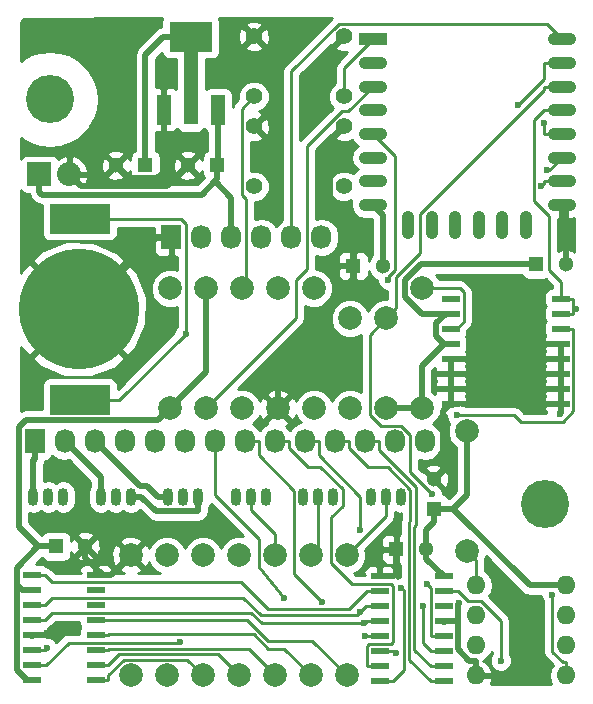
<source format=gbr>
G04 #@! TF.FileFunction,Copper,L1,Top,Signal*
%FSLAX46Y46*%
G04 Gerber Fmt 4.6, Leading zero omitted, Abs format (unit mm)*
G04 Created by KiCad (PCBNEW 4.0.2-stable) date Monday, September 19, 2016 'PMt' 09:37:39 PM*
%MOMM*%
G01*
G04 APERTURE LIST*
%ADD10C,0.100000*%
%ADD11R,5.100320X2.499360*%
%ADD12C,10.200640*%
%ADD13C,4.064000*%
%ADD14O,1.600000X1.600000*%
%ADD15R,1.300000X1.300000*%
%ADD16C,1.300000*%
%ADD17R,2.032000X2.032000*%
%ADD18O,2.032000X2.032000*%
%ADD19R,1.727200X2.032000*%
%ADD20O,1.727200X2.032000*%
%ADD21O,0.899160X1.501140*%
%ADD22C,1.998980*%
%ADD23C,1.397000*%
%ADD24R,1.500000X0.600000*%
%ADD25O,1.100000X2.400000*%
%ADD26R,2.400000X1.100000*%
%ADD27O,2.400000X1.100000*%
%ADD28R,1.250000X2.550000*%
%ADD29R,1.250000X8.750000*%
%ADD30R,3.650000X2.550000*%
%ADD31C,0.600000*%
%ADD32C,0.250000*%
%ADD33C,0.500000*%
%ADD34C,0.254000*%
G04 APERTURE END LIST*
D10*
D11*
X127000060Y-121950480D03*
D12*
X126901000Y-114300000D03*
D11*
X127000060Y-106649520D03*
D13*
X166370000Y-130810000D03*
D14*
X160528000Y-137668000D03*
X160528000Y-140208000D03*
X160528000Y-142748000D03*
X160528000Y-145288000D03*
X168148000Y-145288000D03*
X168148000Y-142748000D03*
X168148000Y-140208000D03*
X168148000Y-137668000D03*
D15*
X165648000Y-110490000D03*
D16*
X168148000Y-110490000D03*
D15*
X150154000Y-110617000D03*
D16*
X152654000Y-110617000D03*
D15*
X138644000Y-102108000D03*
D16*
X136144000Y-102108000D03*
D15*
X132548000Y-102108000D03*
D16*
X130048000Y-102108000D03*
D15*
X153797000Y-134620000D03*
D16*
X156297000Y-134620000D03*
D15*
X124968000Y-134366000D03*
D16*
X127468000Y-134366000D03*
D15*
X156972000Y-131191000D03*
D16*
X156972000Y-128691000D03*
D17*
X123571000Y-102870000D03*
D18*
X126111000Y-102870000D03*
D19*
X134747000Y-108204000D03*
D20*
X137287000Y-108204000D03*
X139827000Y-108204000D03*
X142367000Y-108204000D03*
X144907000Y-108204000D03*
X147447000Y-108204000D03*
D19*
X123190000Y-125476000D03*
D20*
X125730000Y-125476000D03*
X128270000Y-125476000D03*
X130810000Y-125476000D03*
X133350000Y-125476000D03*
X135890000Y-125476000D03*
X138430000Y-125476000D03*
X140970000Y-125476000D03*
X143510000Y-125476000D03*
X146050000Y-125476000D03*
X148590000Y-125476000D03*
X151130000Y-125476000D03*
X153670000Y-125476000D03*
X156210000Y-125476000D03*
D21*
X124333000Y-130175000D03*
X125603000Y-130175000D03*
X123063000Y-130175000D03*
X130048000Y-130175000D03*
X131318000Y-130175000D03*
X128778000Y-130175000D03*
X135763000Y-130175000D03*
X137033000Y-130175000D03*
X134493000Y-130175000D03*
X141478000Y-130175000D03*
X142748000Y-130175000D03*
X140208000Y-130175000D03*
X147193000Y-130175000D03*
X148463000Y-130175000D03*
X145923000Y-130175000D03*
X152908000Y-130175000D03*
X154178000Y-130175000D03*
X151638000Y-130175000D03*
D22*
X155956000Y-122682000D03*
X155956000Y-112522000D03*
X134620000Y-122682000D03*
X134620000Y-112522000D03*
X137668000Y-122682000D03*
X137668000Y-112522000D03*
X140716000Y-122682000D03*
X140716000Y-112522000D03*
X143764000Y-122682000D03*
X143764000Y-112522000D03*
X146812000Y-122682000D03*
X146812000Y-112522000D03*
X149860000Y-122682000D03*
X149860000Y-115062000D03*
X152908000Y-122682000D03*
X152908000Y-115062000D03*
X159766000Y-124587000D03*
X159766000Y-134747000D03*
X131318000Y-145288000D03*
X131318000Y-135128000D03*
X134366000Y-135128000D03*
X134366000Y-145288000D03*
X137414000Y-135128000D03*
X137414000Y-145288000D03*
X140462000Y-135128000D03*
X140462000Y-145288000D03*
X143510000Y-135128000D03*
X143510000Y-145288000D03*
X146558000Y-135128000D03*
X146558000Y-145288000D03*
X149606000Y-135128000D03*
X149606000Y-145288000D03*
D23*
X149352000Y-98806000D03*
X149352000Y-103886000D03*
X141732000Y-98806000D03*
X141732000Y-103886000D03*
X149352000Y-91186000D03*
X149352000Y-96266000D03*
X141732000Y-91186000D03*
X141732000Y-96266000D03*
D24*
X158418000Y-113411000D03*
X158418000Y-114681000D03*
X158418000Y-115951000D03*
X158418000Y-117221000D03*
X158418000Y-118491000D03*
X158418000Y-119761000D03*
X158418000Y-121031000D03*
X158418000Y-122301000D03*
X167718000Y-122301000D03*
X167718000Y-121031000D03*
X167718000Y-119761000D03*
X167718000Y-118491000D03*
X167718000Y-117221000D03*
X167718000Y-115951000D03*
X167718000Y-114681000D03*
X167718000Y-113411000D03*
D25*
X154782000Y-107188000D03*
X156782000Y-107188000D03*
X158782000Y-107188000D03*
X160782000Y-107188000D03*
X162782000Y-107188000D03*
X164782000Y-107188000D03*
D26*
X151792000Y-91438000D03*
D27*
X151792000Y-93438000D03*
X151792000Y-95438000D03*
X151792000Y-97438000D03*
X151792000Y-99438000D03*
X151792000Y-101438000D03*
X151792000Y-103438000D03*
X151792000Y-105438000D03*
X167792000Y-105438000D03*
X167792000Y-103438000D03*
X167792000Y-101438000D03*
X167792000Y-99438000D03*
X167792000Y-97438000D03*
X167792000Y-95438000D03*
X167792000Y-93438000D03*
X167792000Y-91438000D03*
D24*
X152400000Y-136906000D03*
X152400000Y-138176000D03*
X152400000Y-139446000D03*
X152400000Y-140716000D03*
X152400000Y-141986000D03*
X152400000Y-143256000D03*
X152400000Y-144526000D03*
X152400000Y-145796000D03*
X157800000Y-145796000D03*
X157800000Y-144526000D03*
X157800000Y-143256000D03*
X157800000Y-141986000D03*
X157800000Y-140716000D03*
X157800000Y-139446000D03*
X157800000Y-138176000D03*
X157800000Y-136906000D03*
X128336000Y-145669000D03*
X128336000Y-144399000D03*
X128336000Y-143129000D03*
X128336000Y-141859000D03*
X128336000Y-140589000D03*
X128336000Y-139319000D03*
X128336000Y-138049000D03*
X128336000Y-136779000D03*
X122936000Y-136779000D03*
X122936000Y-138049000D03*
X122936000Y-139319000D03*
X122936000Y-140589000D03*
X122936000Y-141859000D03*
X122936000Y-143129000D03*
X122936000Y-144399000D03*
X122936000Y-145669000D03*
D28*
X134084000Y-97409000D03*
D29*
X136384000Y-94309000D03*
D28*
X138684000Y-97409000D03*
D30*
X136384000Y-91209000D03*
D13*
X124460000Y-96520000D03*
D31*
X158945300Y-123261700D03*
X135944900Y-116342300D03*
X167675900Y-123135400D03*
X124214200Y-141689100D03*
X159065900Y-139149500D03*
X124189000Y-142951300D03*
X151030400Y-140892400D03*
X166971200Y-138443100D03*
X169001500Y-114301800D03*
X150753900Y-139880800D03*
X156817700Y-129937200D03*
X164104400Y-96953200D03*
X151144500Y-141961800D03*
X144297400Y-138760200D03*
X153795400Y-143379300D03*
X147490800Y-139061400D03*
X150749900Y-132978500D03*
X154222700Y-137868200D03*
X156023000Y-139424700D03*
X156400700Y-137549100D03*
X153122500Y-111806000D03*
X166266700Y-98533600D03*
X166069700Y-103857600D03*
X166572700Y-102514000D03*
X162636000Y-144028300D03*
X135465900Y-142421300D03*
D32*
X127000100Y-121950500D02*
X129875600Y-121950500D01*
X135944900Y-107053600D02*
X135944900Y-116342300D01*
X135540800Y-106649500D02*
X135944900Y-107053600D01*
X127000100Y-106649500D02*
X135540800Y-106649500D01*
X130336700Y-121950500D02*
X129875600Y-121950500D01*
X135944900Y-116342300D02*
X130336700Y-121950500D01*
X167718000Y-115951000D02*
X168793300Y-115951000D01*
X163771600Y-123261700D02*
X158945300Y-123261700D01*
X164309700Y-123799800D02*
X163771600Y-123261700D01*
X167899200Y-123799800D02*
X164309700Y-123799800D01*
X168793300Y-122905700D02*
X167899200Y-123799800D01*
X168793300Y-115951000D02*
X168793300Y-122905700D01*
D33*
X134366000Y-103886000D02*
X136144000Y-102108000D01*
X127127000Y-103886000D02*
X134366000Y-103886000D01*
X126111000Y-102870000D02*
X127127000Y-103886000D01*
X134084000Y-97409000D02*
X134084000Y-100048000D01*
X131148000Y-103208000D02*
X130048000Y-102108000D01*
X133558000Y-103208000D02*
X131148000Y-103208000D01*
X134084000Y-102682000D02*
X133558000Y-103208000D01*
X134084000Y-100048000D02*
X134084000Y-102682000D01*
X134084000Y-97409000D02*
X134084000Y-100048000D01*
X134084000Y-100048000D02*
X136144000Y-102108000D01*
X158418000Y-121031000D02*
X158418000Y-119761000D01*
X158418000Y-119761000D02*
X158418000Y-118491000D01*
X158418000Y-122301000D02*
X158418000Y-121031000D01*
X150154000Y-111720000D02*
X150154000Y-110617000D01*
X143764000Y-118110000D02*
X150154000Y-111720000D01*
X143764000Y-122682000D02*
X143764000Y-118110000D01*
X167718000Y-117221000D02*
X167718000Y-118491000D01*
X167718000Y-118491000D02*
X167718000Y-119761000D01*
X167718000Y-119761000D02*
X167718000Y-121031000D01*
X167718000Y-121031000D02*
X167718000Y-122301000D01*
X129667000Y-136779000D02*
X131318000Y-135128000D01*
X129536300Y-136779000D02*
X129667000Y-136779000D01*
X124136300Y-141767000D02*
X124136300Y-141859000D01*
X124214200Y-141689100D02*
X124136300Y-141767000D01*
X122936000Y-141859000D02*
X124136300Y-141859000D01*
X157800000Y-140716000D02*
X159000300Y-140716000D01*
X159984100Y-144037700D02*
X160528000Y-144037700D01*
X159000300Y-143053900D02*
X159984100Y-144037700D01*
X159000300Y-140716000D02*
X159000300Y-143053900D01*
X160528000Y-145288000D02*
X160528000Y-144037700D01*
X167718000Y-123093300D02*
X167675900Y-123135400D01*
X167718000Y-122301000D02*
X167718000Y-123093300D01*
X127337100Y-114300000D02*
X126901000Y-114300000D01*
X133433100Y-108204000D02*
X127337100Y-114300000D01*
X134747000Y-108204000D02*
X133433100Y-108204000D01*
X128336000Y-136779000D02*
X128936200Y-136779000D01*
X128936200Y-136779000D02*
X129536300Y-136779000D01*
X127468000Y-135310800D02*
X127468000Y-134366000D01*
X128936200Y-136779000D02*
X127468000Y-135310800D01*
X159000300Y-139215100D02*
X159065900Y-139149500D01*
X159000300Y-140716000D02*
X159000300Y-139215100D01*
X168148000Y-105794000D02*
X167792000Y-105438000D01*
X168148000Y-110490000D02*
X168148000Y-105794000D01*
X157778400Y-127884600D02*
X156972000Y-128691000D01*
X157778400Y-122940600D02*
X157778400Y-127884600D01*
X158418000Y-122301000D02*
X157778400Y-122940600D01*
X150154000Y-107831300D02*
X150154000Y-110617000D01*
X148203100Y-105880400D02*
X150154000Y-107831300D01*
X148203100Y-99954900D02*
X148203100Y-105880400D01*
X149352000Y-98806000D02*
X148203100Y-99954900D01*
X153797000Y-136709300D02*
X153600300Y-136906000D01*
X153797000Y-135720300D02*
X153797000Y-136709300D01*
X153797000Y-134620000D02*
X153797000Y-135720300D01*
X152400000Y-136906000D02*
X153600300Y-136906000D01*
X122067000Y-138049000D02*
X121686000Y-137668000D01*
X122936000Y-138049000D02*
X122067000Y-138049000D01*
X157968000Y-117221000D02*
X158418000Y-117221000D01*
X155970000Y-114681000D02*
X158418000Y-114681000D01*
X154507000Y-113218000D02*
X155970000Y-114681000D01*
X154507000Y-111826000D02*
X154507000Y-113218000D01*
X155843000Y-110490000D02*
X154507000Y-111826000D01*
X165648000Y-110490000D02*
X155843000Y-110490000D01*
X158868000Y-117221000D02*
X158418000Y-117221000D01*
X157968000Y-117221000D02*
X158418000Y-117221000D01*
X122486000Y-145669000D02*
X122936000Y-145669000D01*
X121686000Y-144869000D02*
X122486000Y-145669000D01*
X121686000Y-137668000D02*
X121686000Y-144869000D01*
X156297000Y-135403000D02*
X157800000Y-136906000D01*
X156297000Y-134620000D02*
X156297000Y-135403000D01*
X156297000Y-132966300D02*
X156972000Y-132291300D01*
X156297000Y-134620000D02*
X156297000Y-132966300D01*
X156972000Y-131191000D02*
X156972000Y-132291300D01*
X152654000Y-106300000D02*
X151792000Y-105438000D01*
X152654000Y-110617000D02*
X152654000Y-106300000D01*
X132548000Y-92720000D02*
X132548000Y-102108000D01*
X134059000Y-91209000D02*
X132548000Y-92720000D01*
X136384000Y-91209000D02*
X134059000Y-91209000D01*
X136384000Y-94309000D02*
X136384000Y-91209000D01*
X152908000Y-122682000D02*
X155956000Y-122682000D01*
X157168000Y-116561000D02*
X157828000Y-117221000D01*
X157168000Y-115481000D02*
X157168000Y-116561000D01*
X157968000Y-114681000D02*
X157168000Y-115481000D01*
X158418000Y-114681000D02*
X157968000Y-114681000D01*
X157828000Y-117221000D02*
X157968000Y-117221000D01*
X155956000Y-119093000D02*
X157828000Y-117221000D01*
X155956000Y-122682000D02*
X155956000Y-119093000D01*
X159766000Y-130048000D02*
X158623000Y-131191000D01*
X159766000Y-124587000D02*
X159766000Y-130048000D01*
X156972000Y-131191000D02*
X158623000Y-131191000D01*
X165100000Y-137668000D02*
X168148000Y-137668000D01*
X158623000Y-131191000D02*
X165100000Y-137668000D01*
X137668000Y-119634000D02*
X134620000Y-122682000D01*
X137668000Y-112522000D02*
X137668000Y-119634000D01*
X121830700Y-132707700D02*
X123489000Y-134366000D01*
X121830700Y-124247400D02*
X121830700Y-132707700D01*
X122427500Y-123650600D02*
X121830700Y-124247400D01*
X133651400Y-123650600D02*
X122427500Y-123650600D01*
X134620000Y-122682000D02*
X133651400Y-123650600D01*
X124968000Y-134366000D02*
X123489000Y-134366000D01*
X121686000Y-136169000D02*
X121686000Y-137668000D01*
X123489000Y-134366000D02*
X121686000Y-136169000D01*
X138684000Y-102068000D02*
X138644000Y-102108000D01*
X138684000Y-97409000D02*
X138684000Y-102068000D01*
X133418800Y-131375900D02*
X137033000Y-131375900D01*
X132217900Y-130175000D02*
X133418800Y-131375900D01*
X131318000Y-130175000D02*
X132217900Y-130175000D01*
X137033000Y-130175000D02*
X137033000Y-131375900D01*
X137303000Y-104599000D02*
X138447400Y-103454600D01*
X123784000Y-104599000D02*
X137303000Y-104599000D01*
X123571000Y-104386000D02*
X123784000Y-104599000D01*
X123571000Y-102870000D02*
X123571000Y-104386000D01*
X138644000Y-103258000D02*
X138644000Y-102108000D01*
X138447400Y-103454600D02*
X138644000Y-103258000D01*
X139827000Y-104834200D02*
X139827000Y-108204000D01*
X138447400Y-103454600D02*
X139827000Y-104834200D01*
D32*
X160528000Y-135509000D02*
X160528000Y-137668000D01*
X159766000Y-134747000D02*
X160528000Y-135509000D01*
X122936000Y-143129000D02*
X124011300Y-143129000D01*
X124011300Y-143129000D02*
X124189000Y-142951300D01*
X122936000Y-140589000D02*
X124011300Y-140589000D01*
X152400000Y-140716000D02*
X151324700Y-140716000D01*
X151148300Y-140892400D02*
X151324700Y-140716000D01*
X151030400Y-140892400D02*
X151148300Y-140892400D01*
X142414100Y-140892400D02*
X151030400Y-140892400D01*
X141485400Y-139963700D02*
X142414100Y-140892400D01*
X124636600Y-139963700D02*
X141485400Y-139963700D01*
X124011300Y-140589000D02*
X124636600Y-139963700D01*
X168148000Y-145288000D02*
X168148000Y-144162700D01*
X166971200Y-143267200D02*
X166971200Y-138443100D01*
X167866700Y-144162700D02*
X166971200Y-143267200D01*
X168148000Y-144162700D02*
X167866700Y-144162700D01*
X167792000Y-97438000D02*
X166266700Y-97438000D01*
X167718000Y-111980000D02*
X167718000Y-113411000D01*
X166738700Y-111000700D02*
X167718000Y-111980000D01*
X166738700Y-106428700D02*
X166738700Y-111000700D01*
X165442500Y-105132500D02*
X166738700Y-106428700D01*
X165442500Y-98262200D02*
X165442500Y-105132500D01*
X166266700Y-97438000D02*
X165442500Y-98262200D01*
X167718000Y-113411000D02*
X168793300Y-113411000D01*
X167718000Y-114681000D02*
X168793300Y-114681000D01*
X168793300Y-114301800D02*
X169001500Y-114301800D01*
X168793300Y-113411000D02*
X168793300Y-114301800D01*
X168793300Y-114301800D02*
X168793300Y-114681000D01*
X122936000Y-139319000D02*
X124011300Y-139319000D01*
X152400000Y-139446000D02*
X151324700Y-139446000D01*
X151188700Y-139446000D02*
X151324700Y-139446000D01*
X150753900Y-139880800D02*
X151188700Y-139446000D01*
X150497700Y-140137000D02*
X150753900Y-139880800D01*
X142295600Y-140137000D02*
X150497700Y-140137000D01*
X140852300Y-138693700D02*
X142295600Y-140137000D01*
X124636600Y-138693700D02*
X140852300Y-138693700D01*
X124011300Y-139319000D02*
X124636600Y-138693700D01*
X154937300Y-128056800D02*
X156817700Y-129937200D01*
X154937300Y-124906200D02*
X154937300Y-128056800D01*
X154165700Y-124134600D02*
X154937300Y-124906200D01*
X152465200Y-124134600D02*
X154165700Y-124134600D01*
X151538300Y-123207700D02*
X152465200Y-124134600D01*
X151538300Y-116431700D02*
X151538300Y-123207700D01*
X152908000Y-115062000D02*
X151538300Y-116431700D01*
X167792000Y-95438000D02*
X166266700Y-95438000D01*
X166266700Y-95746100D02*
X166266700Y-95438000D01*
X155782000Y-106230800D02*
X166266700Y-95746100D01*
X155782000Y-109552000D02*
X155782000Y-106230800D01*
X153747800Y-111586200D02*
X155782000Y-109552000D01*
X153747800Y-114222200D02*
X153747800Y-111586200D01*
X152908000Y-115062000D02*
X153747800Y-114222200D01*
X166266700Y-94790900D02*
X164104400Y-96953200D01*
X166266700Y-93438000D02*
X166266700Y-94790900D01*
X167792000Y-93438000D02*
X166266700Y-93438000D01*
X144907000Y-94155200D02*
X144907000Y-108204000D01*
X148903100Y-90159100D02*
X144907000Y-94155200D01*
X166513100Y-90159100D02*
X148903100Y-90159100D01*
X167792000Y-91438000D02*
X166513100Y-90159100D01*
D33*
X123063000Y-127069300D02*
X123190000Y-126942300D01*
X123063000Y-130175000D02*
X123063000Y-127069300D01*
X123190000Y-125476000D02*
X123190000Y-126942300D01*
X128778000Y-128524000D02*
X125730000Y-125476000D01*
X128778000Y-130175000D02*
X128778000Y-128524000D01*
X132069100Y-129275100D02*
X128270000Y-125476000D01*
X132693200Y-129275100D02*
X132069100Y-129275100D01*
X133593100Y-130175000D02*
X132693200Y-129275100D01*
X134493000Y-130175000D02*
X133593100Y-130175000D01*
D32*
X138430000Y-125476000D02*
X138430000Y-126817300D01*
X151168700Y-141986000D02*
X151144500Y-141961800D01*
X152400000Y-141986000D02*
X151168700Y-141986000D01*
X142145300Y-136128600D02*
X144297400Y-138760200D01*
X142145300Y-133758500D02*
X142145300Y-136128600D01*
X138430000Y-130043200D02*
X142145300Y-133758500D01*
X138430000Y-126817300D02*
X138430000Y-130043200D01*
X142158900Y-126664900D02*
X142158900Y-125476000D01*
X145148000Y-129654000D02*
X142158900Y-126664900D01*
X145148000Y-136718600D02*
X145148000Y-129654000D01*
X147490800Y-139061400D02*
X145148000Y-136718600D01*
X140970000Y-125476000D02*
X142158900Y-125476000D01*
X153672100Y-143256000D02*
X153795400Y-143379300D01*
X152400000Y-143256000D02*
X153672100Y-143256000D01*
X144698900Y-125996100D02*
X144698900Y-125476000D01*
X146353600Y-127650800D02*
X144698900Y-125996100D01*
X147363500Y-127650800D02*
X146353600Y-127650800D01*
X149259200Y-129546500D02*
X147363500Y-127650800D01*
X149259200Y-130911900D02*
X149259200Y-129546500D01*
X148276000Y-131895100D02*
X149259200Y-130911900D01*
X148276000Y-135742400D02*
X148276000Y-131895100D01*
X150064900Y-137531300D02*
X148276000Y-135742400D01*
X153305500Y-137531300D02*
X150064900Y-137531300D01*
X153475300Y-137701100D02*
X153305500Y-137531300D01*
X153475300Y-142495600D02*
X153475300Y-137701100D01*
X153349900Y-142621000D02*
X153475300Y-142495600D01*
X151468700Y-142621000D02*
X153349900Y-142621000D01*
X151324700Y-142765000D02*
X151468700Y-142621000D01*
X151324700Y-144526000D02*
X151324700Y-142765000D01*
X152400000Y-144526000D02*
X151324700Y-144526000D01*
X143510000Y-125476000D02*
X144698900Y-125476000D01*
X150749900Y-130175900D02*
X150749900Y-132978500D01*
X147238900Y-126664900D02*
X150749900Y-130175900D01*
X147238900Y-125476000D02*
X147238900Y-126664900D01*
X152400000Y-145796000D02*
X153475300Y-145796000D01*
X146050000Y-125476000D02*
X147238900Y-125476000D01*
X154420800Y-144850500D02*
X153475300Y-145796000D01*
X154420800Y-138066300D02*
X154420800Y-144850500D01*
X154222700Y-137868200D02*
X154420800Y-138066300D01*
X157800000Y-145796000D02*
X156724700Y-145796000D01*
X148590000Y-125476000D02*
X149778900Y-125476000D01*
X154871100Y-143942400D02*
X156724700Y-145796000D01*
X154871100Y-132295300D02*
X154871100Y-143942400D01*
X154983700Y-132182700D02*
X154871100Y-132295300D01*
X154983700Y-129568400D02*
X154983700Y-132182700D01*
X153066100Y-127650800D02*
X154983700Y-129568400D01*
X151433600Y-127650800D02*
X153066100Y-127650800D01*
X149778900Y-125996100D02*
X151433600Y-127650800D01*
X149778900Y-125476000D02*
X149778900Y-125996100D01*
X152318900Y-126200200D02*
X152318900Y-125476000D01*
X155448000Y-129329300D02*
X152318900Y-126200200D01*
X155448000Y-132580600D02*
X155448000Y-129329300D01*
X155321400Y-132707200D02*
X155448000Y-132580600D01*
X155321400Y-143122700D02*
X155321400Y-132707200D01*
X156724700Y-144526000D02*
X155321400Y-143122700D01*
X157800000Y-144526000D02*
X156724700Y-144526000D01*
X151130000Y-125476000D02*
X152318900Y-125476000D01*
X156023000Y-142554300D02*
X156023000Y-139424700D01*
X156724700Y-143256000D02*
X156023000Y-142554300D01*
X157800000Y-143256000D02*
X156724700Y-143256000D01*
X157800000Y-141986000D02*
X156724700Y-141986000D01*
X156724700Y-137873100D02*
X156400700Y-137549100D01*
X156724700Y-141986000D02*
X156724700Y-137873100D01*
X141478000Y-130175000D02*
X141478000Y-131250900D01*
X143510000Y-133282900D02*
X141478000Y-131250900D01*
X143510000Y-135128000D02*
X143510000Y-133282900D01*
X147193000Y-134493000D02*
X146558000Y-135128000D01*
X147193000Y-130175000D02*
X147193000Y-134493000D01*
X152908000Y-131826000D02*
X152908000Y-130175000D01*
X149606000Y-135128000D02*
X152908000Y-131826000D01*
X159164000Y-112522000D02*
X155956000Y-112522000D01*
X159493000Y-112851000D02*
X159164000Y-112522000D01*
X159493000Y-115326000D02*
X159493000Y-112851000D01*
X158868000Y-115951000D02*
X159493000Y-115326000D01*
X158418000Y-115951000D02*
X158868000Y-115951000D01*
X153697600Y-101343600D02*
X151792000Y-99438000D01*
X153697600Y-110976200D02*
X153697600Y-101343600D01*
X153122500Y-111551300D02*
X153697600Y-110976200D01*
X153122500Y-111806000D02*
X153122500Y-111551300D01*
X167792000Y-99438000D02*
X166266700Y-99438000D01*
X166266700Y-99438000D02*
X166266700Y-98533600D01*
X149694000Y-97536000D02*
X151792000Y-95438000D01*
X149171000Y-97536000D02*
X149694000Y-97536000D01*
X146258000Y-100449000D02*
X149171000Y-97536000D01*
X146258000Y-110876800D02*
X146258000Y-100449000D01*
X145288000Y-111846800D02*
X146258000Y-110876800D01*
X145288000Y-115062000D02*
X145288000Y-111846800D01*
X137668000Y-122682000D02*
X145288000Y-115062000D01*
X149352000Y-93878000D02*
X149352000Y-96266000D01*
X151792000Y-91438000D02*
X149352000Y-93878000D01*
X141097000Y-112141000D02*
X140716000Y-112522000D01*
X141097000Y-104990900D02*
X141097000Y-112141000D01*
X140690600Y-104584500D02*
X141097000Y-104990900D01*
X140690600Y-97307400D02*
X140690600Y-104584500D01*
X141732000Y-96266000D02*
X140690600Y-97307400D01*
X167792000Y-103438000D02*
X166266700Y-103438000D01*
X166266700Y-103660600D02*
X166069700Y-103857600D01*
X166266700Y-103438000D02*
X166266700Y-103660600D01*
X166716000Y-102514000D02*
X166572700Y-102514000D01*
X167792000Y-101438000D02*
X166716000Y-102514000D01*
X162636000Y-140641400D02*
X162636000Y-144028300D01*
X160969300Y-138974700D02*
X162636000Y-140641400D01*
X159853200Y-138974700D02*
X160969300Y-138974700D01*
X159054500Y-138176000D02*
X159853200Y-138974700D01*
X157800000Y-138176000D02*
X159054500Y-138176000D01*
X124149700Y-144399000D02*
X122936000Y-144399000D01*
X126045100Y-142503600D02*
X124149700Y-144399000D01*
X135383600Y-142503600D02*
X126045100Y-142503600D01*
X135465900Y-142421300D02*
X135383600Y-142503600D01*
X136089100Y-143963100D02*
X137414000Y-145288000D01*
X130726400Y-143963100D02*
X136089100Y-143963100D01*
X129411300Y-145278200D02*
X130726400Y-143963100D01*
X129411300Y-145669000D02*
X129411300Y-145278200D01*
X128336000Y-145669000D02*
X129411300Y-145669000D01*
X138686700Y-143512700D02*
X140462000Y-145288000D01*
X130297600Y-143512700D02*
X138686700Y-143512700D01*
X129411300Y-144399000D02*
X130297600Y-143512700D01*
X128336000Y-144399000D02*
X129411300Y-144399000D01*
X141284400Y-143062400D02*
X143510000Y-145288000D01*
X129477900Y-143062400D02*
X141284400Y-143062400D01*
X129411300Y-143129000D02*
X129477900Y-143062400D01*
X128336000Y-143129000D02*
X129411300Y-143129000D01*
X128336000Y-141859000D02*
X129411300Y-141859000D01*
X144305700Y-143035700D02*
X146558000Y-145288000D01*
X142953500Y-143035700D02*
X144305700Y-143035700D01*
X141708200Y-141790400D02*
X142953500Y-143035700D01*
X129479900Y-141790400D02*
X141708200Y-141790400D01*
X129411300Y-141859000D02*
X129479900Y-141790400D01*
X128336000Y-140589000D02*
X129411300Y-140589000D01*
X146678400Y-142360400D02*
X149606000Y-145288000D01*
X142915100Y-142360400D02*
X146678400Y-142360400D01*
X141143700Y-140589000D02*
X142915100Y-142360400D01*
X129411300Y-140589000D02*
X141143700Y-140589000D01*
X122936000Y-136779000D02*
X124011300Y-136779000D01*
X152400000Y-138176000D02*
X151324700Y-138176000D01*
X149814000Y-139686700D02*
X151324700Y-138176000D01*
X142932300Y-139686700D02*
X149814000Y-139686700D01*
X140649900Y-137404300D02*
X142932300Y-139686700D01*
X124636600Y-137404300D02*
X140649900Y-137404300D01*
X124011300Y-136779000D02*
X124636600Y-137404300D01*
D34*
G36*
X164474208Y-138293787D02*
X164474210Y-138293790D01*
X164724607Y-138461099D01*
X164761325Y-138485633D01*
X165100000Y-138553001D01*
X165100005Y-138553000D01*
X166036104Y-138553000D01*
X166036038Y-138628267D01*
X166178083Y-138972043D01*
X166211200Y-139005218D01*
X166211200Y-143267200D01*
X166269052Y-143558039D01*
X166433799Y-143804601D01*
X167024003Y-144394805D01*
X166794120Y-144738849D01*
X166684887Y-145288000D01*
X166794120Y-145837151D01*
X166886228Y-145975000D01*
X161779925Y-145975000D01*
X161919904Y-145637039D01*
X161797915Y-145415000D01*
X160655000Y-145415000D01*
X160655000Y-145435000D01*
X160401000Y-145435000D01*
X160401000Y-145415000D01*
X160381000Y-145415000D01*
X160381000Y-145161000D01*
X160401000Y-145161000D01*
X160401000Y-145141000D01*
X160655000Y-145141000D01*
X160655000Y-145161000D01*
X161797915Y-145161000D01*
X161919904Y-144938961D01*
X161759041Y-144550577D01*
X161383134Y-144135611D01*
X161166297Y-144032986D01*
X161570811Y-143762698D01*
X161876000Y-143305951D01*
X161876000Y-143465837D01*
X161843808Y-143497973D01*
X161701162Y-143841501D01*
X161700838Y-144213467D01*
X161842883Y-144557243D01*
X162105673Y-144820492D01*
X162449201Y-144963138D01*
X162821167Y-144963462D01*
X163164943Y-144821417D01*
X163428192Y-144558627D01*
X163570838Y-144215099D01*
X163571162Y-143843133D01*
X163429117Y-143499357D01*
X163396000Y-143466182D01*
X163396000Y-140641400D01*
X163338148Y-140350561D01*
X163173401Y-140103999D01*
X161643425Y-138574023D01*
X161881880Y-138217151D01*
X161991113Y-137668000D01*
X161881880Y-137118849D01*
X161570811Y-136653302D01*
X161288000Y-136464333D01*
X161288000Y-135509000D01*
X161265778Y-135397285D01*
X161357299Y-135176879D01*
X164474208Y-138293787D01*
X164474208Y-138293787D01*
G37*
X164474208Y-138293787D02*
X164474210Y-138293790D01*
X164724607Y-138461099D01*
X164761325Y-138485633D01*
X165100000Y-138553001D01*
X165100005Y-138553000D01*
X166036104Y-138553000D01*
X166036038Y-138628267D01*
X166178083Y-138972043D01*
X166211200Y-139005218D01*
X166211200Y-143267200D01*
X166269052Y-143558039D01*
X166433799Y-143804601D01*
X167024003Y-144394805D01*
X166794120Y-144738849D01*
X166684887Y-145288000D01*
X166794120Y-145837151D01*
X166886228Y-145975000D01*
X161779925Y-145975000D01*
X161919904Y-145637039D01*
X161797915Y-145415000D01*
X160655000Y-145415000D01*
X160655000Y-145435000D01*
X160401000Y-145435000D01*
X160401000Y-145415000D01*
X160381000Y-145415000D01*
X160381000Y-145161000D01*
X160401000Y-145161000D01*
X160401000Y-145141000D01*
X160655000Y-145141000D01*
X160655000Y-145161000D01*
X161797915Y-145161000D01*
X161919904Y-144938961D01*
X161759041Y-144550577D01*
X161383134Y-144135611D01*
X161166297Y-144032986D01*
X161570811Y-143762698D01*
X161876000Y-143305951D01*
X161876000Y-143465837D01*
X161843808Y-143497973D01*
X161701162Y-143841501D01*
X161700838Y-144213467D01*
X161842883Y-144557243D01*
X162105673Y-144820492D01*
X162449201Y-144963138D01*
X162821167Y-144963462D01*
X163164943Y-144821417D01*
X163428192Y-144558627D01*
X163570838Y-144215099D01*
X163571162Y-143843133D01*
X163429117Y-143499357D01*
X163396000Y-143466182D01*
X163396000Y-140641400D01*
X163338148Y-140350561D01*
X163173401Y-140103999D01*
X161643425Y-138574023D01*
X161881880Y-138217151D01*
X161991113Y-137668000D01*
X161881880Y-137118849D01*
X161570811Y-136653302D01*
X161288000Y-136464333D01*
X161288000Y-135509000D01*
X161265778Y-135397285D01*
X161357299Y-135176879D01*
X164474208Y-138293787D01*
G36*
X126938560Y-140889000D02*
X126982838Y-141124317D01*
X127046678Y-141223528D01*
X126989569Y-141307110D01*
X126938560Y-141559000D01*
X126938560Y-141743600D01*
X126045100Y-141743600D01*
X125754260Y-141801452D01*
X125507699Y-141966199D01*
X125002415Y-142471483D01*
X124982117Y-142422357D01*
X124719327Y-142159108D01*
X124375799Y-142016462D01*
X124192552Y-142016302D01*
X124162250Y-141986000D01*
X123063000Y-141986000D01*
X123063000Y-142006000D01*
X122809000Y-142006000D01*
X122809000Y-141986000D01*
X122789000Y-141986000D01*
X122789000Y-141732000D01*
X122809000Y-141732000D01*
X122809000Y-141712000D01*
X123063000Y-141712000D01*
X123063000Y-141732000D01*
X124162250Y-141732000D01*
X124321000Y-141573250D01*
X124321000Y-141432690D01*
X124265398Y-141298456D01*
X124302139Y-141291148D01*
X124548701Y-141126401D01*
X124951402Y-140723700D01*
X126938560Y-140723700D01*
X126938560Y-140889000D01*
X126938560Y-140889000D01*
G37*
X126938560Y-140889000D02*
X126982838Y-141124317D01*
X127046678Y-141223528D01*
X126989569Y-141307110D01*
X126938560Y-141559000D01*
X126938560Y-141743600D01*
X126045100Y-141743600D01*
X125754260Y-141801452D01*
X125507699Y-141966199D01*
X125002415Y-142471483D01*
X124982117Y-142422357D01*
X124719327Y-142159108D01*
X124375799Y-142016462D01*
X124192552Y-142016302D01*
X124162250Y-141986000D01*
X123063000Y-141986000D01*
X123063000Y-142006000D01*
X122809000Y-142006000D01*
X122809000Y-141986000D01*
X122789000Y-141986000D01*
X122789000Y-141732000D01*
X122809000Y-141732000D01*
X122809000Y-141712000D01*
X123063000Y-141712000D01*
X123063000Y-141732000D01*
X124162250Y-141732000D01*
X124321000Y-141573250D01*
X124321000Y-141432690D01*
X124265398Y-141298456D01*
X124302139Y-141291148D01*
X124548701Y-141126401D01*
X124951402Y-140723700D01*
X126938560Y-140723700D01*
X126938560Y-140889000D01*
G36*
X157927000Y-140589000D02*
X157947000Y-140589000D01*
X157947000Y-140843000D01*
X157927000Y-140843000D01*
X157927000Y-140863000D01*
X157673000Y-140863000D01*
X157673000Y-140843000D01*
X157653000Y-140843000D01*
X157653000Y-140589000D01*
X157673000Y-140589000D01*
X157673000Y-140569000D01*
X157927000Y-140569000D01*
X157927000Y-140589000D01*
X157927000Y-140589000D01*
G37*
X157927000Y-140589000D02*
X157947000Y-140589000D01*
X157947000Y-140843000D01*
X157927000Y-140843000D01*
X157927000Y-140863000D01*
X157673000Y-140863000D01*
X157673000Y-140843000D01*
X157653000Y-140843000D01*
X157653000Y-140589000D01*
X157673000Y-140589000D01*
X157673000Y-140569000D01*
X157927000Y-140569000D01*
X157927000Y-140589000D01*
G36*
X153762949Y-131505156D02*
X154178000Y-131587715D01*
X154223700Y-131578625D01*
X154223700Y-131922525D01*
X154168952Y-132004461D01*
X154111100Y-132295300D01*
X154111100Y-133335000D01*
X154082750Y-133335000D01*
X153924000Y-133493750D01*
X153924000Y-134493000D01*
X153944000Y-134493000D01*
X153944000Y-134747000D01*
X153924000Y-134747000D01*
X153924000Y-135746250D01*
X154082750Y-135905000D01*
X154111100Y-135905000D01*
X154111100Y-136933102D01*
X154037533Y-136933038D01*
X153856741Y-137007739D01*
X153842901Y-136993899D01*
X153596339Y-136829152D01*
X153344210Y-136779000D01*
X153626250Y-136779000D01*
X153785000Y-136620250D01*
X153785000Y-136479690D01*
X153688327Y-136246301D01*
X153509698Y-136067673D01*
X153276309Y-135971000D01*
X152685750Y-135971000D01*
X152527000Y-136129750D01*
X152527000Y-136771300D01*
X152273000Y-136771300D01*
X152273000Y-136129750D01*
X152114250Y-135971000D01*
X151523691Y-135971000D01*
X151290302Y-136067673D01*
X151111673Y-136246301D01*
X151015000Y-136479690D01*
X151015000Y-136620250D01*
X151166050Y-136771300D01*
X150379702Y-136771300D01*
X150242095Y-136633693D01*
X150530655Y-136514462D01*
X150990846Y-136055073D01*
X151240206Y-135454547D01*
X151240685Y-134905750D01*
X152512000Y-134905750D01*
X152512000Y-135396310D01*
X152608673Y-135629699D01*
X152787302Y-135808327D01*
X153020691Y-135905000D01*
X153511250Y-135905000D01*
X153670000Y-135746250D01*
X153670000Y-134747000D01*
X152670750Y-134747000D01*
X152512000Y-134905750D01*
X151240685Y-134905750D01*
X151240774Y-134804306D01*
X151171691Y-134637111D01*
X151965112Y-133843690D01*
X152512000Y-133843690D01*
X152512000Y-134334250D01*
X152670750Y-134493000D01*
X153670000Y-134493000D01*
X153670000Y-133493750D01*
X153511250Y-133335000D01*
X153020691Y-133335000D01*
X152787302Y-133431673D01*
X152608673Y-133610301D01*
X152512000Y-133843690D01*
X151965112Y-133843690D01*
X153445401Y-132363401D01*
X153610148Y-132116840D01*
X153668000Y-131826000D01*
X153668000Y-131441713D01*
X153762949Y-131505156D01*
X153762949Y-131505156D01*
G37*
X153762949Y-131505156D02*
X154178000Y-131587715D01*
X154223700Y-131578625D01*
X154223700Y-131922525D01*
X154168952Y-132004461D01*
X154111100Y-132295300D01*
X154111100Y-133335000D01*
X154082750Y-133335000D01*
X153924000Y-133493750D01*
X153924000Y-134493000D01*
X153944000Y-134493000D01*
X153944000Y-134747000D01*
X153924000Y-134747000D01*
X153924000Y-135746250D01*
X154082750Y-135905000D01*
X154111100Y-135905000D01*
X154111100Y-136933102D01*
X154037533Y-136933038D01*
X153856741Y-137007739D01*
X153842901Y-136993899D01*
X153596339Y-136829152D01*
X153344210Y-136779000D01*
X153626250Y-136779000D01*
X153785000Y-136620250D01*
X153785000Y-136479690D01*
X153688327Y-136246301D01*
X153509698Y-136067673D01*
X153276309Y-135971000D01*
X152685750Y-135971000D01*
X152527000Y-136129750D01*
X152527000Y-136771300D01*
X152273000Y-136771300D01*
X152273000Y-136129750D01*
X152114250Y-135971000D01*
X151523691Y-135971000D01*
X151290302Y-136067673D01*
X151111673Y-136246301D01*
X151015000Y-136479690D01*
X151015000Y-136620250D01*
X151166050Y-136771300D01*
X150379702Y-136771300D01*
X150242095Y-136633693D01*
X150530655Y-136514462D01*
X150990846Y-136055073D01*
X151240206Y-135454547D01*
X151240685Y-134905750D01*
X152512000Y-134905750D01*
X152512000Y-135396310D01*
X152608673Y-135629699D01*
X152787302Y-135808327D01*
X153020691Y-135905000D01*
X153511250Y-135905000D01*
X153670000Y-135746250D01*
X153670000Y-134747000D01*
X152670750Y-134747000D01*
X152512000Y-134905750D01*
X151240685Y-134905750D01*
X151240774Y-134804306D01*
X151171691Y-134637111D01*
X151965112Y-133843690D01*
X152512000Y-133843690D01*
X152512000Y-134334250D01*
X152670750Y-134493000D01*
X153670000Y-134493000D01*
X153670000Y-133493750D01*
X153511250Y-133335000D01*
X153020691Y-133335000D01*
X152787302Y-133431673D01*
X152608673Y-133610301D01*
X152512000Y-133843690D01*
X151965112Y-133843690D01*
X153445401Y-132363401D01*
X153610148Y-132116840D01*
X153668000Y-131826000D01*
X153668000Y-131441713D01*
X153762949Y-131505156D01*
G36*
X124670330Y-126720415D02*
X125156511Y-127045271D01*
X125730000Y-127159345D01*
X126090131Y-127087711D01*
X127893000Y-128890579D01*
X127893000Y-129256679D01*
X127775979Y-129431814D01*
X127693420Y-129846865D01*
X127693420Y-130503135D01*
X127775979Y-130918186D01*
X128011086Y-131270049D01*
X128362949Y-131505156D01*
X128778000Y-131587715D01*
X129193051Y-131505156D01*
X129413000Y-131358191D01*
X129632949Y-131505156D01*
X130048000Y-131587715D01*
X130463051Y-131505156D01*
X130683000Y-131358191D01*
X130902949Y-131505156D01*
X131318000Y-131587715D01*
X131733051Y-131505156D01*
X132070800Y-131279480D01*
X132793008Y-132001687D01*
X132793010Y-132001690D01*
X133080125Y-132193533D01*
X133136316Y-132204710D01*
X133418800Y-132260901D01*
X133418805Y-132260900D01*
X137033000Y-132260900D01*
X137371675Y-132193533D01*
X137658790Y-132001690D01*
X137850633Y-131714575D01*
X137918000Y-131375900D01*
X137918000Y-131093321D01*
X138035021Y-130918186D01*
X138067401Y-130755403D01*
X140818038Y-133506040D01*
X140788547Y-133493794D01*
X140138306Y-133493226D01*
X139537345Y-133741538D01*
X139077154Y-134200927D01*
X138937966Y-134536130D01*
X138800462Y-134203345D01*
X138341073Y-133743154D01*
X137740547Y-133493794D01*
X137090306Y-133493226D01*
X136489345Y-133741538D01*
X136029154Y-134200927D01*
X135889966Y-134536130D01*
X135752462Y-134203345D01*
X135293073Y-133743154D01*
X134692547Y-133493794D01*
X134042306Y-133493226D01*
X133441345Y-133741538D01*
X132981154Y-134200927D01*
X132847895Y-134521851D01*
X132736965Y-134254042D01*
X132470163Y-134155443D01*
X131497605Y-135128000D01*
X132470163Y-136100557D01*
X132736965Y-136001958D01*
X132841888Y-135719517D01*
X132979538Y-136052655D01*
X133438927Y-136512846D01*
X133755504Y-136644300D01*
X131956970Y-136644300D01*
X132191958Y-136546965D01*
X132290557Y-136280163D01*
X131318000Y-135307605D01*
X130345443Y-136280163D01*
X130444042Y-136546965D01*
X130706057Y-136644300D01*
X129569950Y-136644300D01*
X129721000Y-136493250D01*
X129721000Y-136352690D01*
X129624327Y-136119301D01*
X129445698Y-135940673D01*
X129212309Y-135844000D01*
X128621750Y-135844000D01*
X128463000Y-136002750D01*
X128463000Y-136644300D01*
X128209000Y-136644300D01*
X128209000Y-136002750D01*
X128050250Y-135844000D01*
X127459691Y-135844000D01*
X127226302Y-135940673D01*
X127047673Y-136119301D01*
X126951000Y-136352690D01*
X126951000Y-136493250D01*
X127102050Y-136644300D01*
X124951402Y-136644300D01*
X124548701Y-136241599D01*
X124302139Y-136076852D01*
X124164146Y-136049403D01*
X124150090Y-136027559D01*
X123937890Y-135882569D01*
X123686000Y-135831560D01*
X123275019Y-135831560D01*
X123769819Y-135336760D01*
X123853910Y-135467441D01*
X124066110Y-135612431D01*
X124318000Y-135663440D01*
X125618000Y-135663440D01*
X125853317Y-135619162D01*
X126069441Y-135480090D01*
X126214431Y-135267890D01*
X126215012Y-135265016D01*
X126748590Y-135265016D01*
X126804271Y-135495611D01*
X127287078Y-135663622D01*
X127797428Y-135634083D01*
X128131729Y-135495611D01*
X128187410Y-135265016D01*
X127468000Y-134545605D01*
X126748590Y-135265016D01*
X126215012Y-135265016D01*
X126265440Y-135016000D01*
X126265440Y-134853615D01*
X126338389Y-135029729D01*
X126568984Y-135085410D01*
X127288395Y-134366000D01*
X127647605Y-134366000D01*
X128367016Y-135085410D01*
X128597611Y-135029729D01*
X128655428Y-134863582D01*
X129672599Y-134863582D01*
X129696659Y-135513377D01*
X129899035Y-136001958D01*
X130165837Y-136100557D01*
X131138395Y-135128000D01*
X130165837Y-134155443D01*
X129899035Y-134254042D01*
X129672599Y-134863582D01*
X128655428Y-134863582D01*
X128765622Y-134546922D01*
X128736083Y-134036572D01*
X128710926Y-133975837D01*
X130345443Y-133975837D01*
X131318000Y-134948395D01*
X132290557Y-133975837D01*
X132191958Y-133709035D01*
X131582418Y-133482599D01*
X130932623Y-133506659D01*
X130444042Y-133709035D01*
X130345443Y-133975837D01*
X128710926Y-133975837D01*
X128597611Y-133702271D01*
X128367016Y-133646590D01*
X127647605Y-134366000D01*
X127288395Y-134366000D01*
X126568984Y-133646590D01*
X126338389Y-133702271D01*
X126265440Y-133911902D01*
X126265440Y-133716000D01*
X126221162Y-133480683D01*
X126212347Y-133466984D01*
X126748590Y-133466984D01*
X127468000Y-134186395D01*
X128187410Y-133466984D01*
X128131729Y-133236389D01*
X127648922Y-133068378D01*
X127138572Y-133097917D01*
X126804271Y-133236389D01*
X126748590Y-133466984D01*
X126212347Y-133466984D01*
X126082090Y-133264559D01*
X125869890Y-133119569D01*
X125618000Y-133068560D01*
X124318000Y-133068560D01*
X124082683Y-133112838D01*
X123866559Y-133251910D01*
X123769110Y-133394531D01*
X122715700Y-132341120D01*
X122715700Y-131518633D01*
X123063000Y-131587715D01*
X123478051Y-131505156D01*
X123698000Y-131358191D01*
X123917949Y-131505156D01*
X124333000Y-131587715D01*
X124748051Y-131505156D01*
X124968000Y-131358191D01*
X125187949Y-131505156D01*
X125603000Y-131587715D01*
X126018051Y-131505156D01*
X126369914Y-131270049D01*
X126605021Y-130918186D01*
X126687580Y-130503135D01*
X126687580Y-129846865D01*
X126605021Y-129431814D01*
X126369914Y-129079951D01*
X126018051Y-128844844D01*
X125603000Y-128762285D01*
X125187949Y-128844844D01*
X124968000Y-128991809D01*
X124748051Y-128844844D01*
X124333000Y-128762285D01*
X123948000Y-128838866D01*
X123948000Y-127370223D01*
X124007633Y-127280975D01*
X124035787Y-127139440D01*
X124053600Y-127139440D01*
X124288917Y-127095162D01*
X124505041Y-126956090D01*
X124650031Y-126743890D01*
X124658400Y-126702561D01*
X124670330Y-126720415D01*
X124670330Y-126720415D01*
G37*
X124670330Y-126720415D02*
X125156511Y-127045271D01*
X125730000Y-127159345D01*
X126090131Y-127087711D01*
X127893000Y-128890579D01*
X127893000Y-129256679D01*
X127775979Y-129431814D01*
X127693420Y-129846865D01*
X127693420Y-130503135D01*
X127775979Y-130918186D01*
X128011086Y-131270049D01*
X128362949Y-131505156D01*
X128778000Y-131587715D01*
X129193051Y-131505156D01*
X129413000Y-131358191D01*
X129632949Y-131505156D01*
X130048000Y-131587715D01*
X130463051Y-131505156D01*
X130683000Y-131358191D01*
X130902949Y-131505156D01*
X131318000Y-131587715D01*
X131733051Y-131505156D01*
X132070800Y-131279480D01*
X132793008Y-132001687D01*
X132793010Y-132001690D01*
X133080125Y-132193533D01*
X133136316Y-132204710D01*
X133418800Y-132260901D01*
X133418805Y-132260900D01*
X137033000Y-132260900D01*
X137371675Y-132193533D01*
X137658790Y-132001690D01*
X137850633Y-131714575D01*
X137918000Y-131375900D01*
X137918000Y-131093321D01*
X138035021Y-130918186D01*
X138067401Y-130755403D01*
X140818038Y-133506040D01*
X140788547Y-133493794D01*
X140138306Y-133493226D01*
X139537345Y-133741538D01*
X139077154Y-134200927D01*
X138937966Y-134536130D01*
X138800462Y-134203345D01*
X138341073Y-133743154D01*
X137740547Y-133493794D01*
X137090306Y-133493226D01*
X136489345Y-133741538D01*
X136029154Y-134200927D01*
X135889966Y-134536130D01*
X135752462Y-134203345D01*
X135293073Y-133743154D01*
X134692547Y-133493794D01*
X134042306Y-133493226D01*
X133441345Y-133741538D01*
X132981154Y-134200927D01*
X132847895Y-134521851D01*
X132736965Y-134254042D01*
X132470163Y-134155443D01*
X131497605Y-135128000D01*
X132470163Y-136100557D01*
X132736965Y-136001958D01*
X132841888Y-135719517D01*
X132979538Y-136052655D01*
X133438927Y-136512846D01*
X133755504Y-136644300D01*
X131956970Y-136644300D01*
X132191958Y-136546965D01*
X132290557Y-136280163D01*
X131318000Y-135307605D01*
X130345443Y-136280163D01*
X130444042Y-136546965D01*
X130706057Y-136644300D01*
X129569950Y-136644300D01*
X129721000Y-136493250D01*
X129721000Y-136352690D01*
X129624327Y-136119301D01*
X129445698Y-135940673D01*
X129212309Y-135844000D01*
X128621750Y-135844000D01*
X128463000Y-136002750D01*
X128463000Y-136644300D01*
X128209000Y-136644300D01*
X128209000Y-136002750D01*
X128050250Y-135844000D01*
X127459691Y-135844000D01*
X127226302Y-135940673D01*
X127047673Y-136119301D01*
X126951000Y-136352690D01*
X126951000Y-136493250D01*
X127102050Y-136644300D01*
X124951402Y-136644300D01*
X124548701Y-136241599D01*
X124302139Y-136076852D01*
X124164146Y-136049403D01*
X124150090Y-136027559D01*
X123937890Y-135882569D01*
X123686000Y-135831560D01*
X123275019Y-135831560D01*
X123769819Y-135336760D01*
X123853910Y-135467441D01*
X124066110Y-135612431D01*
X124318000Y-135663440D01*
X125618000Y-135663440D01*
X125853317Y-135619162D01*
X126069441Y-135480090D01*
X126214431Y-135267890D01*
X126215012Y-135265016D01*
X126748590Y-135265016D01*
X126804271Y-135495611D01*
X127287078Y-135663622D01*
X127797428Y-135634083D01*
X128131729Y-135495611D01*
X128187410Y-135265016D01*
X127468000Y-134545605D01*
X126748590Y-135265016D01*
X126215012Y-135265016D01*
X126265440Y-135016000D01*
X126265440Y-134853615D01*
X126338389Y-135029729D01*
X126568984Y-135085410D01*
X127288395Y-134366000D01*
X127647605Y-134366000D01*
X128367016Y-135085410D01*
X128597611Y-135029729D01*
X128655428Y-134863582D01*
X129672599Y-134863582D01*
X129696659Y-135513377D01*
X129899035Y-136001958D01*
X130165837Y-136100557D01*
X131138395Y-135128000D01*
X130165837Y-134155443D01*
X129899035Y-134254042D01*
X129672599Y-134863582D01*
X128655428Y-134863582D01*
X128765622Y-134546922D01*
X128736083Y-134036572D01*
X128710926Y-133975837D01*
X130345443Y-133975837D01*
X131318000Y-134948395D01*
X132290557Y-133975837D01*
X132191958Y-133709035D01*
X131582418Y-133482599D01*
X130932623Y-133506659D01*
X130444042Y-133709035D01*
X130345443Y-133975837D01*
X128710926Y-133975837D01*
X128597611Y-133702271D01*
X128367016Y-133646590D01*
X127647605Y-134366000D01*
X127288395Y-134366000D01*
X126568984Y-133646590D01*
X126338389Y-133702271D01*
X126265440Y-133911902D01*
X126265440Y-133716000D01*
X126221162Y-133480683D01*
X126212347Y-133466984D01*
X126748590Y-133466984D01*
X127468000Y-134186395D01*
X128187410Y-133466984D01*
X128131729Y-133236389D01*
X127648922Y-133068378D01*
X127138572Y-133097917D01*
X126804271Y-133236389D01*
X126748590Y-133466984D01*
X126212347Y-133466984D01*
X126082090Y-133264559D01*
X125869890Y-133119569D01*
X125618000Y-133068560D01*
X124318000Y-133068560D01*
X124082683Y-133112838D01*
X123866559Y-133251910D01*
X123769110Y-133394531D01*
X122715700Y-132341120D01*
X122715700Y-131518633D01*
X123063000Y-131587715D01*
X123478051Y-131505156D01*
X123698000Y-131358191D01*
X123917949Y-131505156D01*
X124333000Y-131587715D01*
X124748051Y-131505156D01*
X124968000Y-131358191D01*
X125187949Y-131505156D01*
X125603000Y-131587715D01*
X126018051Y-131505156D01*
X126369914Y-131270049D01*
X126605021Y-130918186D01*
X126687580Y-130503135D01*
X126687580Y-129846865D01*
X126605021Y-129431814D01*
X126369914Y-129079951D01*
X126018051Y-128844844D01*
X125603000Y-128762285D01*
X125187949Y-128844844D01*
X124968000Y-128991809D01*
X124748051Y-128844844D01*
X124333000Y-128762285D01*
X123948000Y-128838866D01*
X123948000Y-127370223D01*
X124007633Y-127280975D01*
X124035787Y-127139440D01*
X124053600Y-127139440D01*
X124288917Y-127095162D01*
X124505041Y-126956090D01*
X124650031Y-126743890D01*
X124658400Y-126702561D01*
X124670330Y-126720415D01*
G36*
X157541691Y-123236000D02*
X158010322Y-123236000D01*
X158010138Y-123446867D01*
X158152183Y-123790643D01*
X158275557Y-123914233D01*
X158131794Y-124260453D01*
X158131226Y-124910694D01*
X158379538Y-125511655D01*
X158838927Y-125971846D01*
X158881000Y-125989316D01*
X158881000Y-129681421D01*
X158256420Y-130306000D01*
X158225222Y-130306000D01*
X158225162Y-130305683D01*
X158086090Y-130089559D01*
X157873890Y-129944569D01*
X157752716Y-129920031D01*
X157752862Y-129752033D01*
X157689384Y-129598405D01*
X157691410Y-129590016D01*
X157682051Y-129580657D01*
X157610817Y-129408257D01*
X157348027Y-129145008D01*
X157174239Y-129072845D01*
X156972000Y-128870605D01*
X156957858Y-128884748D01*
X156778252Y-128705142D01*
X156792395Y-128691000D01*
X157151605Y-128691000D01*
X157871016Y-129410410D01*
X158101611Y-129354729D01*
X158269622Y-128871922D01*
X158240083Y-128361572D01*
X158101611Y-128027271D01*
X157871016Y-127971590D01*
X157151605Y-128691000D01*
X156792395Y-128691000D01*
X156072984Y-127971590D01*
X155955307Y-128000005D01*
X155747286Y-127791984D01*
X156252590Y-127791984D01*
X156972000Y-128511395D01*
X157691410Y-127791984D01*
X157635729Y-127561389D01*
X157152922Y-127393378D01*
X156642572Y-127422917D01*
X156308271Y-127561389D01*
X156252590Y-127791984D01*
X155747286Y-127791984D01*
X155697300Y-127741998D01*
X155697300Y-127057363D01*
X156210000Y-127159345D01*
X156783489Y-127045271D01*
X157269670Y-126720415D01*
X157594526Y-126234234D01*
X157708600Y-125660745D01*
X157708600Y-125291255D01*
X157594526Y-124717766D01*
X157269670Y-124231585D01*
X156938748Y-124010470D01*
X157340846Y-123609073D01*
X157502500Y-123219767D01*
X157541691Y-123236000D01*
X157541691Y-123236000D01*
G37*
X157541691Y-123236000D02*
X158010322Y-123236000D01*
X158010138Y-123446867D01*
X158152183Y-123790643D01*
X158275557Y-123914233D01*
X158131794Y-124260453D01*
X158131226Y-124910694D01*
X158379538Y-125511655D01*
X158838927Y-125971846D01*
X158881000Y-125989316D01*
X158881000Y-129681421D01*
X158256420Y-130306000D01*
X158225222Y-130306000D01*
X158225162Y-130305683D01*
X158086090Y-130089559D01*
X157873890Y-129944569D01*
X157752716Y-129920031D01*
X157752862Y-129752033D01*
X157689384Y-129598405D01*
X157691410Y-129590016D01*
X157682051Y-129580657D01*
X157610817Y-129408257D01*
X157348027Y-129145008D01*
X157174239Y-129072845D01*
X156972000Y-128870605D01*
X156957858Y-128884748D01*
X156778252Y-128705142D01*
X156792395Y-128691000D01*
X157151605Y-128691000D01*
X157871016Y-129410410D01*
X158101611Y-129354729D01*
X158269622Y-128871922D01*
X158240083Y-128361572D01*
X158101611Y-128027271D01*
X157871016Y-127971590D01*
X157151605Y-128691000D01*
X156792395Y-128691000D01*
X156072984Y-127971590D01*
X155955307Y-128000005D01*
X155747286Y-127791984D01*
X156252590Y-127791984D01*
X156972000Y-128511395D01*
X157691410Y-127791984D01*
X157635729Y-127561389D01*
X157152922Y-127393378D01*
X156642572Y-127422917D01*
X156308271Y-127561389D01*
X156252590Y-127791984D01*
X155747286Y-127791984D01*
X155697300Y-127741998D01*
X155697300Y-127057363D01*
X156210000Y-127159345D01*
X156783489Y-127045271D01*
X157269670Y-126720415D01*
X157594526Y-126234234D01*
X157708600Y-125660745D01*
X157708600Y-125291255D01*
X157594526Y-124717766D01*
X157269670Y-124231585D01*
X156938748Y-124010470D01*
X157340846Y-123609073D01*
X157502500Y-123219767D01*
X157541691Y-123236000D01*
G36*
X149545748Y-98791858D02*
X149531605Y-98806000D01*
X149545748Y-98820143D01*
X149366143Y-98999748D01*
X149352000Y-98985605D01*
X148597417Y-99740188D01*
X148659071Y-99975800D01*
X149159480Y-100151927D01*
X149689199Y-100123148D01*
X150044929Y-99975800D01*
X150051307Y-99951426D01*
X150268128Y-100275922D01*
X150510696Y-100438000D01*
X150268128Y-100600078D01*
X150011253Y-100984520D01*
X149921050Y-101438000D01*
X150011253Y-101891480D01*
X150268128Y-102275922D01*
X150510696Y-102438000D01*
X150268128Y-102600078D01*
X150141585Y-102789463D01*
X150108353Y-102756173D01*
X149618413Y-102552732D01*
X149087914Y-102552269D01*
X148597620Y-102754854D01*
X148222173Y-103129647D01*
X148018732Y-103619587D01*
X148018269Y-104150086D01*
X148220854Y-104640380D01*
X148595647Y-105015827D01*
X149085587Y-105219268D01*
X149616086Y-105219731D01*
X149995664Y-105062893D01*
X149921050Y-105438000D01*
X150011253Y-105891480D01*
X150268128Y-106275922D01*
X150652570Y-106532797D01*
X151106050Y-106623000D01*
X151725421Y-106623000D01*
X151769000Y-106666579D01*
X151769000Y-109684776D01*
X151565265Y-109888155D01*
X151439000Y-110192235D01*
X151439000Y-109840690D01*
X151342327Y-109607301D01*
X151163698Y-109428673D01*
X150930309Y-109332000D01*
X150439750Y-109332000D01*
X150281000Y-109490750D01*
X150281000Y-110490000D01*
X150301000Y-110490000D01*
X150301000Y-110744000D01*
X150281000Y-110744000D01*
X150281000Y-111743250D01*
X150439750Y-111902000D01*
X150930309Y-111902000D01*
X151163698Y-111805327D01*
X151342327Y-111626699D01*
X151439000Y-111393310D01*
X151439000Y-111041433D01*
X151563995Y-111343943D01*
X151925155Y-111705735D01*
X152187492Y-111814667D01*
X152187338Y-111991167D01*
X152329383Y-112334943D01*
X152592173Y-112598192D01*
X152935701Y-112740838D01*
X152987800Y-112740883D01*
X152987800Y-113427578D01*
X152584306Y-113427226D01*
X151983345Y-113675538D01*
X151523154Y-114134927D01*
X151383966Y-114470130D01*
X151246462Y-114137345D01*
X150787073Y-113677154D01*
X150186547Y-113427794D01*
X149536306Y-113427226D01*
X148935345Y-113675538D01*
X148475154Y-114134927D01*
X148225794Y-114735453D01*
X148225226Y-115385694D01*
X148473538Y-115986655D01*
X148932927Y-116446846D01*
X149533453Y-116696206D01*
X150183694Y-116696774D01*
X150778300Y-116451088D01*
X150778300Y-121293511D01*
X150186547Y-121047794D01*
X149536306Y-121047226D01*
X148935345Y-121295538D01*
X148475154Y-121754927D01*
X148335966Y-122090130D01*
X148198462Y-121757345D01*
X147739073Y-121297154D01*
X147138547Y-121047794D01*
X146488306Y-121047226D01*
X145887345Y-121295538D01*
X145427154Y-121754927D01*
X145293895Y-122075851D01*
X145182965Y-121808042D01*
X144916163Y-121709443D01*
X143943605Y-122682000D01*
X144916163Y-123654557D01*
X145182965Y-123555958D01*
X145287888Y-123273517D01*
X145425538Y-123606655D01*
X145683907Y-123865475D01*
X145476511Y-123906729D01*
X144990330Y-124231585D01*
X144780000Y-124546366D01*
X144569670Y-124231585D01*
X144475125Y-124168412D01*
X144637958Y-124100965D01*
X144736557Y-123834163D01*
X143764000Y-122861605D01*
X142791443Y-123834163D01*
X142841678Y-123970095D01*
X142450330Y-124231585D01*
X142240000Y-124546366D01*
X142029670Y-124231585D01*
X141698748Y-124010470D01*
X142100846Y-123609073D01*
X142234105Y-123288149D01*
X142345035Y-123555958D01*
X142611837Y-123654557D01*
X143584395Y-122682000D01*
X142611837Y-121709443D01*
X142345035Y-121808042D01*
X142240112Y-122090483D01*
X142102462Y-121757345D01*
X141875351Y-121529837D01*
X142791443Y-121529837D01*
X143764000Y-122502395D01*
X144736557Y-121529837D01*
X144637958Y-121263035D01*
X144028418Y-121036599D01*
X143378623Y-121060659D01*
X142890042Y-121263035D01*
X142791443Y-121529837D01*
X141875351Y-121529837D01*
X141643073Y-121297154D01*
X141042547Y-121047794D01*
X140392306Y-121047226D01*
X140367204Y-121057598D01*
X145825401Y-115599401D01*
X145990148Y-115352840D01*
X146048000Y-115062000D01*
X146048000Y-113974560D01*
X146485453Y-114156206D01*
X147135694Y-114156774D01*
X147736655Y-113908462D01*
X148196846Y-113449073D01*
X148446206Y-112848547D01*
X148446774Y-112198306D01*
X148198462Y-111597345D01*
X147739073Y-111137154D01*
X147174566Y-110902750D01*
X148869000Y-110902750D01*
X148869000Y-111393310D01*
X148965673Y-111626699D01*
X149144302Y-111805327D01*
X149377691Y-111902000D01*
X149868250Y-111902000D01*
X150027000Y-111743250D01*
X150027000Y-110744000D01*
X149027750Y-110744000D01*
X148869000Y-110902750D01*
X147174566Y-110902750D01*
X147138547Y-110887794D01*
X147015834Y-110887687D01*
X147018000Y-110876800D01*
X147018000Y-109802012D01*
X147447000Y-109887345D01*
X147681550Y-109840690D01*
X148869000Y-109840690D01*
X148869000Y-110331250D01*
X149027750Y-110490000D01*
X150027000Y-110490000D01*
X150027000Y-109490750D01*
X149868250Y-109332000D01*
X149377691Y-109332000D01*
X149144302Y-109428673D01*
X148965673Y-109607301D01*
X148869000Y-109840690D01*
X147681550Y-109840690D01*
X148020489Y-109773271D01*
X148506670Y-109448415D01*
X148831526Y-108962234D01*
X148945600Y-108388745D01*
X148945600Y-108019255D01*
X148831526Y-107445766D01*
X148506670Y-106959585D01*
X148020489Y-106634729D01*
X147447000Y-106520655D01*
X147018000Y-106605988D01*
X147018000Y-100763802D01*
X148261993Y-99519809D01*
X148417812Y-99560583D01*
X149172395Y-98806000D01*
X149158253Y-98791858D01*
X149337858Y-98612253D01*
X149352000Y-98626395D01*
X149366143Y-98612253D01*
X149545748Y-98791858D01*
X149545748Y-98791858D01*
G37*
X149545748Y-98791858D02*
X149531605Y-98806000D01*
X149545748Y-98820143D01*
X149366143Y-98999748D01*
X149352000Y-98985605D01*
X148597417Y-99740188D01*
X148659071Y-99975800D01*
X149159480Y-100151927D01*
X149689199Y-100123148D01*
X150044929Y-99975800D01*
X150051307Y-99951426D01*
X150268128Y-100275922D01*
X150510696Y-100438000D01*
X150268128Y-100600078D01*
X150011253Y-100984520D01*
X149921050Y-101438000D01*
X150011253Y-101891480D01*
X150268128Y-102275922D01*
X150510696Y-102438000D01*
X150268128Y-102600078D01*
X150141585Y-102789463D01*
X150108353Y-102756173D01*
X149618413Y-102552732D01*
X149087914Y-102552269D01*
X148597620Y-102754854D01*
X148222173Y-103129647D01*
X148018732Y-103619587D01*
X148018269Y-104150086D01*
X148220854Y-104640380D01*
X148595647Y-105015827D01*
X149085587Y-105219268D01*
X149616086Y-105219731D01*
X149995664Y-105062893D01*
X149921050Y-105438000D01*
X150011253Y-105891480D01*
X150268128Y-106275922D01*
X150652570Y-106532797D01*
X151106050Y-106623000D01*
X151725421Y-106623000D01*
X151769000Y-106666579D01*
X151769000Y-109684776D01*
X151565265Y-109888155D01*
X151439000Y-110192235D01*
X151439000Y-109840690D01*
X151342327Y-109607301D01*
X151163698Y-109428673D01*
X150930309Y-109332000D01*
X150439750Y-109332000D01*
X150281000Y-109490750D01*
X150281000Y-110490000D01*
X150301000Y-110490000D01*
X150301000Y-110744000D01*
X150281000Y-110744000D01*
X150281000Y-111743250D01*
X150439750Y-111902000D01*
X150930309Y-111902000D01*
X151163698Y-111805327D01*
X151342327Y-111626699D01*
X151439000Y-111393310D01*
X151439000Y-111041433D01*
X151563995Y-111343943D01*
X151925155Y-111705735D01*
X152187492Y-111814667D01*
X152187338Y-111991167D01*
X152329383Y-112334943D01*
X152592173Y-112598192D01*
X152935701Y-112740838D01*
X152987800Y-112740883D01*
X152987800Y-113427578D01*
X152584306Y-113427226D01*
X151983345Y-113675538D01*
X151523154Y-114134927D01*
X151383966Y-114470130D01*
X151246462Y-114137345D01*
X150787073Y-113677154D01*
X150186547Y-113427794D01*
X149536306Y-113427226D01*
X148935345Y-113675538D01*
X148475154Y-114134927D01*
X148225794Y-114735453D01*
X148225226Y-115385694D01*
X148473538Y-115986655D01*
X148932927Y-116446846D01*
X149533453Y-116696206D01*
X150183694Y-116696774D01*
X150778300Y-116451088D01*
X150778300Y-121293511D01*
X150186547Y-121047794D01*
X149536306Y-121047226D01*
X148935345Y-121295538D01*
X148475154Y-121754927D01*
X148335966Y-122090130D01*
X148198462Y-121757345D01*
X147739073Y-121297154D01*
X147138547Y-121047794D01*
X146488306Y-121047226D01*
X145887345Y-121295538D01*
X145427154Y-121754927D01*
X145293895Y-122075851D01*
X145182965Y-121808042D01*
X144916163Y-121709443D01*
X143943605Y-122682000D01*
X144916163Y-123654557D01*
X145182965Y-123555958D01*
X145287888Y-123273517D01*
X145425538Y-123606655D01*
X145683907Y-123865475D01*
X145476511Y-123906729D01*
X144990330Y-124231585D01*
X144780000Y-124546366D01*
X144569670Y-124231585D01*
X144475125Y-124168412D01*
X144637958Y-124100965D01*
X144736557Y-123834163D01*
X143764000Y-122861605D01*
X142791443Y-123834163D01*
X142841678Y-123970095D01*
X142450330Y-124231585D01*
X142240000Y-124546366D01*
X142029670Y-124231585D01*
X141698748Y-124010470D01*
X142100846Y-123609073D01*
X142234105Y-123288149D01*
X142345035Y-123555958D01*
X142611837Y-123654557D01*
X143584395Y-122682000D01*
X142611837Y-121709443D01*
X142345035Y-121808042D01*
X142240112Y-122090483D01*
X142102462Y-121757345D01*
X141875351Y-121529837D01*
X142791443Y-121529837D01*
X143764000Y-122502395D01*
X144736557Y-121529837D01*
X144637958Y-121263035D01*
X144028418Y-121036599D01*
X143378623Y-121060659D01*
X142890042Y-121263035D01*
X142791443Y-121529837D01*
X141875351Y-121529837D01*
X141643073Y-121297154D01*
X141042547Y-121047794D01*
X140392306Y-121047226D01*
X140367204Y-121057598D01*
X145825401Y-115599401D01*
X145990148Y-115352840D01*
X146048000Y-115062000D01*
X146048000Y-113974560D01*
X146485453Y-114156206D01*
X147135694Y-114156774D01*
X147736655Y-113908462D01*
X148196846Y-113449073D01*
X148446206Y-112848547D01*
X148446774Y-112198306D01*
X148198462Y-111597345D01*
X147739073Y-111137154D01*
X147174566Y-110902750D01*
X148869000Y-110902750D01*
X148869000Y-111393310D01*
X148965673Y-111626699D01*
X149144302Y-111805327D01*
X149377691Y-111902000D01*
X149868250Y-111902000D01*
X150027000Y-111743250D01*
X150027000Y-110744000D01*
X149027750Y-110744000D01*
X148869000Y-110902750D01*
X147174566Y-110902750D01*
X147138547Y-110887794D01*
X147015834Y-110887687D01*
X147018000Y-110876800D01*
X147018000Y-109802012D01*
X147447000Y-109887345D01*
X147681550Y-109840690D01*
X148869000Y-109840690D01*
X148869000Y-110331250D01*
X149027750Y-110490000D01*
X150027000Y-110490000D01*
X150027000Y-109490750D01*
X149868250Y-109332000D01*
X149377691Y-109332000D01*
X149144302Y-109428673D01*
X148965673Y-109607301D01*
X148869000Y-109840690D01*
X147681550Y-109840690D01*
X148020489Y-109773271D01*
X148506670Y-109448415D01*
X148831526Y-108962234D01*
X148945600Y-108388745D01*
X148945600Y-108019255D01*
X148831526Y-107445766D01*
X148506670Y-106959585D01*
X148020489Y-106634729D01*
X147447000Y-106520655D01*
X147018000Y-106605988D01*
X147018000Y-100763802D01*
X148261993Y-99519809D01*
X148417812Y-99560583D01*
X149172395Y-98806000D01*
X149158253Y-98791858D01*
X149337858Y-98612253D01*
X149352000Y-98626395D01*
X149366143Y-98612253D01*
X149545748Y-98791858D01*
G36*
X164394838Y-111375317D02*
X164533910Y-111591441D01*
X164746110Y-111736431D01*
X164998000Y-111787440D01*
X166298000Y-111787440D01*
X166426466Y-111763268D01*
X166958000Y-112294802D01*
X166958000Y-112465442D01*
X166732683Y-112507838D01*
X166516559Y-112646910D01*
X166371569Y-112859110D01*
X166320560Y-113111000D01*
X166320560Y-113711000D01*
X166364838Y-113946317D01*
X166428678Y-114045528D01*
X166371569Y-114129110D01*
X166320560Y-114381000D01*
X166320560Y-114981000D01*
X166364838Y-115216317D01*
X166428678Y-115315528D01*
X166371569Y-115399110D01*
X166320560Y-115651000D01*
X166320560Y-116251000D01*
X166364838Y-116486317D01*
X166423178Y-116576980D01*
X166333000Y-116794690D01*
X166333000Y-116935250D01*
X166491750Y-117094000D01*
X167591000Y-117094000D01*
X167591000Y-117074000D01*
X167845000Y-117074000D01*
X167845000Y-117094000D01*
X167865000Y-117094000D01*
X167865000Y-117348000D01*
X167845000Y-117348000D01*
X167845000Y-118364000D01*
X167865000Y-118364000D01*
X167865000Y-118618000D01*
X167845000Y-118618000D01*
X167845000Y-119634000D01*
X167865000Y-119634000D01*
X167865000Y-119888000D01*
X167845000Y-119888000D01*
X167845000Y-120904000D01*
X167865000Y-120904000D01*
X167865000Y-121158000D01*
X167845000Y-121158000D01*
X167845000Y-122174000D01*
X167865000Y-122174000D01*
X167865000Y-122428000D01*
X167845000Y-122428000D01*
X167845000Y-122448000D01*
X167591000Y-122448000D01*
X167591000Y-122428000D01*
X166491750Y-122428000D01*
X166333000Y-122586750D01*
X166333000Y-122727310D01*
X166429673Y-122960699D01*
X166508774Y-123039800D01*
X164624502Y-123039800D01*
X164309001Y-122724299D01*
X164062439Y-122559552D01*
X163771600Y-122501700D01*
X159717950Y-122501700D01*
X159644250Y-122428000D01*
X159375665Y-122428000D01*
X159132099Y-122326862D01*
X158760133Y-122326538D01*
X158466172Y-122448000D01*
X158291000Y-122448000D01*
X158291000Y-122428000D01*
X158271000Y-122428000D01*
X158271000Y-122174000D01*
X158291000Y-122174000D01*
X158291000Y-121158000D01*
X158545000Y-121158000D01*
X158545000Y-122174000D01*
X159644250Y-122174000D01*
X159803000Y-122015250D01*
X159803000Y-121874690D01*
X159716558Y-121666000D01*
X159803000Y-121457310D01*
X159803000Y-121316750D01*
X166333000Y-121316750D01*
X166333000Y-121457310D01*
X166419442Y-121666000D01*
X166333000Y-121874690D01*
X166333000Y-122015250D01*
X166491750Y-122174000D01*
X167591000Y-122174000D01*
X167591000Y-121158000D01*
X166491750Y-121158000D01*
X166333000Y-121316750D01*
X159803000Y-121316750D01*
X159644250Y-121158000D01*
X158545000Y-121158000D01*
X158291000Y-121158000D01*
X157191750Y-121158000D01*
X157033000Y-121316750D01*
X157033000Y-121447343D01*
X156883073Y-121297154D01*
X156841000Y-121279684D01*
X156841000Y-120046750D01*
X157033000Y-120046750D01*
X157033000Y-120187310D01*
X157119442Y-120396000D01*
X157033000Y-120604690D01*
X157033000Y-120745250D01*
X157191750Y-120904000D01*
X158291000Y-120904000D01*
X158291000Y-119888000D01*
X158545000Y-119888000D01*
X158545000Y-120904000D01*
X159644250Y-120904000D01*
X159803000Y-120745250D01*
X159803000Y-120604690D01*
X159716558Y-120396000D01*
X159803000Y-120187310D01*
X159803000Y-120046750D01*
X166333000Y-120046750D01*
X166333000Y-120187310D01*
X166419442Y-120396000D01*
X166333000Y-120604690D01*
X166333000Y-120745250D01*
X166491750Y-120904000D01*
X167591000Y-120904000D01*
X167591000Y-119888000D01*
X166491750Y-119888000D01*
X166333000Y-120046750D01*
X159803000Y-120046750D01*
X159644250Y-119888000D01*
X158545000Y-119888000D01*
X158291000Y-119888000D01*
X157191750Y-119888000D01*
X157033000Y-120046750D01*
X156841000Y-120046750D01*
X156841000Y-119459580D01*
X157080454Y-119220126D01*
X157033000Y-119334690D01*
X157033000Y-119475250D01*
X157191750Y-119634000D01*
X158291000Y-119634000D01*
X158291000Y-118618000D01*
X158545000Y-118618000D01*
X158545000Y-119634000D01*
X159644250Y-119634000D01*
X159803000Y-119475250D01*
X159803000Y-119334690D01*
X159716558Y-119126000D01*
X159803000Y-118917310D01*
X159803000Y-118776750D01*
X166333000Y-118776750D01*
X166333000Y-118917310D01*
X166419442Y-119126000D01*
X166333000Y-119334690D01*
X166333000Y-119475250D01*
X166491750Y-119634000D01*
X167591000Y-119634000D01*
X167591000Y-118618000D01*
X166491750Y-118618000D01*
X166333000Y-118776750D01*
X159803000Y-118776750D01*
X159644250Y-118618000D01*
X158545000Y-118618000D01*
X158291000Y-118618000D01*
X158271000Y-118618000D01*
X158271000Y-118364000D01*
X158291000Y-118364000D01*
X158291000Y-118344000D01*
X158545000Y-118344000D01*
X158545000Y-118364000D01*
X159644250Y-118364000D01*
X159803000Y-118205250D01*
X159803000Y-118064690D01*
X159713194Y-117847878D01*
X159764431Y-117772890D01*
X159815440Y-117521000D01*
X159815440Y-117506750D01*
X166333000Y-117506750D01*
X166333000Y-117647310D01*
X166419442Y-117856000D01*
X166333000Y-118064690D01*
X166333000Y-118205250D01*
X166491750Y-118364000D01*
X167591000Y-118364000D01*
X167591000Y-117348000D01*
X166491750Y-117348000D01*
X166333000Y-117506750D01*
X159815440Y-117506750D01*
X159815440Y-116921000D01*
X159771162Y-116685683D01*
X159707322Y-116586472D01*
X159764431Y-116502890D01*
X159815440Y-116251000D01*
X159815440Y-116078362D01*
X160030401Y-115863401D01*
X160195148Y-115616840D01*
X160208606Y-115549183D01*
X160253000Y-115326000D01*
X160253000Y-112851000D01*
X160201523Y-112592210D01*
X160195148Y-112560160D01*
X160030401Y-112313599D01*
X159701401Y-111984599D01*
X159454839Y-111819852D01*
X159164000Y-111762000D01*
X157410496Y-111762000D01*
X157342462Y-111597345D01*
X157120504Y-111375000D01*
X164394778Y-111375000D01*
X164394838Y-111375317D01*
X164394838Y-111375317D01*
G37*
X164394838Y-111375317D02*
X164533910Y-111591441D01*
X164746110Y-111736431D01*
X164998000Y-111787440D01*
X166298000Y-111787440D01*
X166426466Y-111763268D01*
X166958000Y-112294802D01*
X166958000Y-112465442D01*
X166732683Y-112507838D01*
X166516559Y-112646910D01*
X166371569Y-112859110D01*
X166320560Y-113111000D01*
X166320560Y-113711000D01*
X166364838Y-113946317D01*
X166428678Y-114045528D01*
X166371569Y-114129110D01*
X166320560Y-114381000D01*
X166320560Y-114981000D01*
X166364838Y-115216317D01*
X166428678Y-115315528D01*
X166371569Y-115399110D01*
X166320560Y-115651000D01*
X166320560Y-116251000D01*
X166364838Y-116486317D01*
X166423178Y-116576980D01*
X166333000Y-116794690D01*
X166333000Y-116935250D01*
X166491750Y-117094000D01*
X167591000Y-117094000D01*
X167591000Y-117074000D01*
X167845000Y-117074000D01*
X167845000Y-117094000D01*
X167865000Y-117094000D01*
X167865000Y-117348000D01*
X167845000Y-117348000D01*
X167845000Y-118364000D01*
X167865000Y-118364000D01*
X167865000Y-118618000D01*
X167845000Y-118618000D01*
X167845000Y-119634000D01*
X167865000Y-119634000D01*
X167865000Y-119888000D01*
X167845000Y-119888000D01*
X167845000Y-120904000D01*
X167865000Y-120904000D01*
X167865000Y-121158000D01*
X167845000Y-121158000D01*
X167845000Y-122174000D01*
X167865000Y-122174000D01*
X167865000Y-122428000D01*
X167845000Y-122428000D01*
X167845000Y-122448000D01*
X167591000Y-122448000D01*
X167591000Y-122428000D01*
X166491750Y-122428000D01*
X166333000Y-122586750D01*
X166333000Y-122727310D01*
X166429673Y-122960699D01*
X166508774Y-123039800D01*
X164624502Y-123039800D01*
X164309001Y-122724299D01*
X164062439Y-122559552D01*
X163771600Y-122501700D01*
X159717950Y-122501700D01*
X159644250Y-122428000D01*
X159375665Y-122428000D01*
X159132099Y-122326862D01*
X158760133Y-122326538D01*
X158466172Y-122448000D01*
X158291000Y-122448000D01*
X158291000Y-122428000D01*
X158271000Y-122428000D01*
X158271000Y-122174000D01*
X158291000Y-122174000D01*
X158291000Y-121158000D01*
X158545000Y-121158000D01*
X158545000Y-122174000D01*
X159644250Y-122174000D01*
X159803000Y-122015250D01*
X159803000Y-121874690D01*
X159716558Y-121666000D01*
X159803000Y-121457310D01*
X159803000Y-121316750D01*
X166333000Y-121316750D01*
X166333000Y-121457310D01*
X166419442Y-121666000D01*
X166333000Y-121874690D01*
X166333000Y-122015250D01*
X166491750Y-122174000D01*
X167591000Y-122174000D01*
X167591000Y-121158000D01*
X166491750Y-121158000D01*
X166333000Y-121316750D01*
X159803000Y-121316750D01*
X159644250Y-121158000D01*
X158545000Y-121158000D01*
X158291000Y-121158000D01*
X157191750Y-121158000D01*
X157033000Y-121316750D01*
X157033000Y-121447343D01*
X156883073Y-121297154D01*
X156841000Y-121279684D01*
X156841000Y-120046750D01*
X157033000Y-120046750D01*
X157033000Y-120187310D01*
X157119442Y-120396000D01*
X157033000Y-120604690D01*
X157033000Y-120745250D01*
X157191750Y-120904000D01*
X158291000Y-120904000D01*
X158291000Y-119888000D01*
X158545000Y-119888000D01*
X158545000Y-120904000D01*
X159644250Y-120904000D01*
X159803000Y-120745250D01*
X159803000Y-120604690D01*
X159716558Y-120396000D01*
X159803000Y-120187310D01*
X159803000Y-120046750D01*
X166333000Y-120046750D01*
X166333000Y-120187310D01*
X166419442Y-120396000D01*
X166333000Y-120604690D01*
X166333000Y-120745250D01*
X166491750Y-120904000D01*
X167591000Y-120904000D01*
X167591000Y-119888000D01*
X166491750Y-119888000D01*
X166333000Y-120046750D01*
X159803000Y-120046750D01*
X159644250Y-119888000D01*
X158545000Y-119888000D01*
X158291000Y-119888000D01*
X157191750Y-119888000D01*
X157033000Y-120046750D01*
X156841000Y-120046750D01*
X156841000Y-119459580D01*
X157080454Y-119220126D01*
X157033000Y-119334690D01*
X157033000Y-119475250D01*
X157191750Y-119634000D01*
X158291000Y-119634000D01*
X158291000Y-118618000D01*
X158545000Y-118618000D01*
X158545000Y-119634000D01*
X159644250Y-119634000D01*
X159803000Y-119475250D01*
X159803000Y-119334690D01*
X159716558Y-119126000D01*
X159803000Y-118917310D01*
X159803000Y-118776750D01*
X166333000Y-118776750D01*
X166333000Y-118917310D01*
X166419442Y-119126000D01*
X166333000Y-119334690D01*
X166333000Y-119475250D01*
X166491750Y-119634000D01*
X167591000Y-119634000D01*
X167591000Y-118618000D01*
X166491750Y-118618000D01*
X166333000Y-118776750D01*
X159803000Y-118776750D01*
X159644250Y-118618000D01*
X158545000Y-118618000D01*
X158291000Y-118618000D01*
X158271000Y-118618000D01*
X158271000Y-118364000D01*
X158291000Y-118364000D01*
X158291000Y-118344000D01*
X158545000Y-118344000D01*
X158545000Y-118364000D01*
X159644250Y-118364000D01*
X159803000Y-118205250D01*
X159803000Y-118064690D01*
X159713194Y-117847878D01*
X159764431Y-117772890D01*
X159815440Y-117521000D01*
X159815440Y-117506750D01*
X166333000Y-117506750D01*
X166333000Y-117647310D01*
X166419442Y-117856000D01*
X166333000Y-118064690D01*
X166333000Y-118205250D01*
X166491750Y-118364000D01*
X167591000Y-118364000D01*
X167591000Y-117348000D01*
X166491750Y-117348000D01*
X166333000Y-117506750D01*
X159815440Y-117506750D01*
X159815440Y-116921000D01*
X159771162Y-116685683D01*
X159707322Y-116586472D01*
X159764431Y-116502890D01*
X159815440Y-116251000D01*
X159815440Y-116078362D01*
X160030401Y-115863401D01*
X160195148Y-115616840D01*
X160208606Y-115549183D01*
X160253000Y-115326000D01*
X160253000Y-112851000D01*
X160201523Y-112592210D01*
X160195148Y-112560160D01*
X160030401Y-112313599D01*
X159701401Y-111984599D01*
X159454839Y-111819852D01*
X159164000Y-111762000D01*
X157410496Y-111762000D01*
X157342462Y-111597345D01*
X157120504Y-111375000D01*
X164394778Y-111375000D01*
X164394838Y-111375317D01*
G36*
X122090910Y-104337441D02*
X122303110Y-104482431D01*
X122555000Y-104533440D01*
X122715327Y-104533440D01*
X122736992Y-104642353D01*
X122753367Y-104724675D01*
X122811856Y-104812210D01*
X122945210Y-105011790D01*
X123158208Y-105224787D01*
X123158210Y-105224790D01*
X123445325Y-105416633D01*
X123784000Y-105484000D01*
X123802460Y-105484000D01*
X123802460Y-107899200D01*
X123846738Y-108134517D01*
X123985810Y-108350641D01*
X124198010Y-108495631D01*
X124449900Y-108546640D01*
X125858212Y-108546640D01*
X123738030Y-109381565D01*
X123567375Y-109495593D01*
X122969123Y-110188518D01*
X126901000Y-114120395D01*
X130832877Y-110188518D01*
X130234625Y-109495593D01*
X128142301Y-108585584D01*
X125923556Y-108546640D01*
X129550220Y-108546640D01*
X129785537Y-108502362D01*
X129805136Y-108489750D01*
X133248400Y-108489750D01*
X133248400Y-109346309D01*
X133345073Y-109579698D01*
X133523701Y-109758327D01*
X133757090Y-109855000D01*
X134461250Y-109855000D01*
X134620000Y-109696250D01*
X134620000Y-108331000D01*
X133407150Y-108331000D01*
X133248400Y-108489750D01*
X129805136Y-108489750D01*
X130001661Y-108363290D01*
X130146651Y-108151090D01*
X130197660Y-107899200D01*
X130197660Y-107409500D01*
X133248400Y-107409500D01*
X133248400Y-107918250D01*
X133407150Y-108077000D01*
X134620000Y-108077000D01*
X134620000Y-108057000D01*
X134874000Y-108057000D01*
X134874000Y-108077000D01*
X134894000Y-108077000D01*
X134894000Y-108331000D01*
X134874000Y-108331000D01*
X134874000Y-109696250D01*
X135032750Y-109855000D01*
X135184900Y-109855000D01*
X135184900Y-110986767D01*
X134946547Y-110887794D01*
X134296306Y-110887226D01*
X133695345Y-111135538D01*
X133235154Y-111594927D01*
X132985794Y-112195453D01*
X132985226Y-112845694D01*
X133233538Y-113446655D01*
X133692927Y-113906846D01*
X134293453Y-114156206D01*
X134943694Y-114156774D01*
X135184900Y-114057110D01*
X135184900Y-115779837D01*
X135152708Y-115811973D01*
X135010062Y-116155501D01*
X135010021Y-116202376D01*
X130197660Y-121014738D01*
X130197660Y-120700800D01*
X130153382Y-120465483D01*
X130014310Y-120249359D01*
X129802110Y-120104369D01*
X129550220Y-120053360D01*
X127943788Y-120053360D01*
X130063970Y-119218435D01*
X130234625Y-119104407D01*
X130832877Y-118411482D01*
X126901000Y-114479605D01*
X122969123Y-118411482D01*
X123567375Y-119104407D01*
X125659699Y-120014416D01*
X127878444Y-120053360D01*
X124449900Y-120053360D01*
X124214583Y-120097638D01*
X123998459Y-120236710D01*
X123853469Y-120448910D01*
X123802460Y-120700800D01*
X123802460Y-122765600D01*
X122427505Y-122765600D01*
X122427500Y-122765599D01*
X122145016Y-122821790D01*
X122088825Y-122832967D01*
X121995000Y-122895658D01*
X121995000Y-117481580D01*
X122096593Y-117633625D01*
X122789518Y-118231877D01*
X126721395Y-114300000D01*
X127080605Y-114300000D01*
X131012482Y-118231877D01*
X131705407Y-117633625D01*
X132615416Y-115541301D01*
X132655458Y-113260000D01*
X131819435Y-111137030D01*
X131705407Y-110966375D01*
X131012482Y-110368123D01*
X127080605Y-114300000D01*
X126721395Y-114300000D01*
X122789518Y-110368123D01*
X122096593Y-110966375D01*
X121995000Y-111199961D01*
X121995000Y-104188393D01*
X122090910Y-104337441D01*
X122090910Y-104337441D01*
G37*
X122090910Y-104337441D02*
X122303110Y-104482431D01*
X122555000Y-104533440D01*
X122715327Y-104533440D01*
X122736992Y-104642353D01*
X122753367Y-104724675D01*
X122811856Y-104812210D01*
X122945210Y-105011790D01*
X123158208Y-105224787D01*
X123158210Y-105224790D01*
X123445325Y-105416633D01*
X123784000Y-105484000D01*
X123802460Y-105484000D01*
X123802460Y-107899200D01*
X123846738Y-108134517D01*
X123985810Y-108350641D01*
X124198010Y-108495631D01*
X124449900Y-108546640D01*
X125858212Y-108546640D01*
X123738030Y-109381565D01*
X123567375Y-109495593D01*
X122969123Y-110188518D01*
X126901000Y-114120395D01*
X130832877Y-110188518D01*
X130234625Y-109495593D01*
X128142301Y-108585584D01*
X125923556Y-108546640D01*
X129550220Y-108546640D01*
X129785537Y-108502362D01*
X129805136Y-108489750D01*
X133248400Y-108489750D01*
X133248400Y-109346309D01*
X133345073Y-109579698D01*
X133523701Y-109758327D01*
X133757090Y-109855000D01*
X134461250Y-109855000D01*
X134620000Y-109696250D01*
X134620000Y-108331000D01*
X133407150Y-108331000D01*
X133248400Y-108489750D01*
X129805136Y-108489750D01*
X130001661Y-108363290D01*
X130146651Y-108151090D01*
X130197660Y-107899200D01*
X130197660Y-107409500D01*
X133248400Y-107409500D01*
X133248400Y-107918250D01*
X133407150Y-108077000D01*
X134620000Y-108077000D01*
X134620000Y-108057000D01*
X134874000Y-108057000D01*
X134874000Y-108077000D01*
X134894000Y-108077000D01*
X134894000Y-108331000D01*
X134874000Y-108331000D01*
X134874000Y-109696250D01*
X135032750Y-109855000D01*
X135184900Y-109855000D01*
X135184900Y-110986767D01*
X134946547Y-110887794D01*
X134296306Y-110887226D01*
X133695345Y-111135538D01*
X133235154Y-111594927D01*
X132985794Y-112195453D01*
X132985226Y-112845694D01*
X133233538Y-113446655D01*
X133692927Y-113906846D01*
X134293453Y-114156206D01*
X134943694Y-114156774D01*
X135184900Y-114057110D01*
X135184900Y-115779837D01*
X135152708Y-115811973D01*
X135010062Y-116155501D01*
X135010021Y-116202376D01*
X130197660Y-121014738D01*
X130197660Y-120700800D01*
X130153382Y-120465483D01*
X130014310Y-120249359D01*
X129802110Y-120104369D01*
X129550220Y-120053360D01*
X127943788Y-120053360D01*
X130063970Y-119218435D01*
X130234625Y-119104407D01*
X130832877Y-118411482D01*
X126901000Y-114479605D01*
X122969123Y-118411482D01*
X123567375Y-119104407D01*
X125659699Y-120014416D01*
X127878444Y-120053360D01*
X124449900Y-120053360D01*
X124214583Y-120097638D01*
X123998459Y-120236710D01*
X123853469Y-120448910D01*
X123802460Y-120700800D01*
X123802460Y-122765600D01*
X122427505Y-122765600D01*
X122427500Y-122765599D01*
X122145016Y-122821790D01*
X122088825Y-122832967D01*
X121995000Y-122895658D01*
X121995000Y-117481580D01*
X122096593Y-117633625D01*
X122789518Y-118231877D01*
X126721395Y-114300000D01*
X127080605Y-114300000D01*
X131012482Y-118231877D01*
X131705407Y-117633625D01*
X132615416Y-115541301D01*
X132655458Y-113260000D01*
X131819435Y-111137030D01*
X131705407Y-110966375D01*
X131012482Y-110368123D01*
X127080605Y-114300000D01*
X126721395Y-114300000D01*
X122789518Y-110368123D01*
X122096593Y-110966375D01*
X121995000Y-111199961D01*
X121995000Y-104188393D01*
X122090910Y-104337441D01*
G36*
X168341748Y-110475858D02*
X168327605Y-110490000D01*
X168341748Y-110504142D01*
X168162142Y-110683748D01*
X168148000Y-110669605D01*
X168133858Y-110683748D01*
X167954252Y-110504142D01*
X167968395Y-110490000D01*
X167954252Y-110475858D01*
X168133858Y-110296252D01*
X168148000Y-110310395D01*
X168162142Y-110296252D01*
X168341748Y-110475858D01*
X168341748Y-110475858D01*
G37*
X168341748Y-110475858D02*
X168327605Y-110490000D01*
X168341748Y-110504142D01*
X168162142Y-110683748D01*
X168148000Y-110669605D01*
X168133858Y-110683748D01*
X167954252Y-110504142D01*
X167968395Y-110490000D01*
X167954252Y-110475858D01*
X168133858Y-110296252D01*
X168148000Y-110310395D01*
X168162142Y-110296252D01*
X168341748Y-110475858D01*
G36*
X167919000Y-105311000D02*
X167939000Y-105311000D01*
X167939000Y-105565000D01*
X167919000Y-105565000D01*
X167919000Y-106623000D01*
X168569000Y-106623000D01*
X168835000Y-106539808D01*
X168835000Y-109456763D01*
X168811729Y-109360389D01*
X168328922Y-109192378D01*
X167818572Y-109221917D01*
X167498700Y-109354412D01*
X167498700Y-106623000D01*
X167665000Y-106623000D01*
X167665000Y-105565000D01*
X167645000Y-105565000D01*
X167645000Y-105311000D01*
X167665000Y-105311000D01*
X167665000Y-105291000D01*
X167919000Y-105291000D01*
X167919000Y-105311000D01*
X167919000Y-105311000D01*
G37*
X167919000Y-105311000D02*
X167939000Y-105311000D01*
X167939000Y-105565000D01*
X167919000Y-105565000D01*
X167919000Y-106623000D01*
X168569000Y-106623000D01*
X168835000Y-106539808D01*
X168835000Y-109456763D01*
X168811729Y-109360389D01*
X168328922Y-109192378D01*
X167818572Y-109221917D01*
X167498700Y-109354412D01*
X167498700Y-106623000D01*
X167665000Y-106623000D01*
X167665000Y-105565000D01*
X167645000Y-105565000D01*
X167645000Y-105311000D01*
X167665000Y-105311000D01*
X167665000Y-105291000D01*
X167919000Y-105291000D01*
X167919000Y-105311000D01*
G36*
X148365699Y-89621699D02*
X144369599Y-93617799D01*
X144204852Y-93864361D01*
X144147000Y-94155200D01*
X144147000Y-106759352D01*
X143847330Y-106959585D01*
X143637000Y-107274366D01*
X143426670Y-106959585D01*
X142940489Y-106634729D01*
X142367000Y-106520655D01*
X141857000Y-106622100D01*
X141857000Y-105219610D01*
X141996086Y-105219731D01*
X142486380Y-105017146D01*
X142861827Y-104642353D01*
X143065268Y-104152413D01*
X143065731Y-103621914D01*
X142863146Y-103131620D01*
X142488353Y-102756173D01*
X141998413Y-102552732D01*
X141467914Y-102552269D01*
X141450600Y-102559423D01*
X141450600Y-100120644D01*
X141539480Y-100151927D01*
X142069199Y-100123148D01*
X142424929Y-99975800D01*
X142486583Y-99740188D01*
X141732000Y-98985605D01*
X141717858Y-98999748D01*
X141538253Y-98820143D01*
X141552395Y-98806000D01*
X141911605Y-98806000D01*
X142666188Y-99560583D01*
X142901800Y-99498929D01*
X143077927Y-98998520D01*
X143049148Y-98468801D01*
X142901800Y-98113071D01*
X142666188Y-98051417D01*
X141911605Y-98806000D01*
X141552395Y-98806000D01*
X141538253Y-98791858D01*
X141717858Y-98612253D01*
X141732000Y-98626395D01*
X142486583Y-97871812D01*
X142424929Y-97636200D01*
X142145688Y-97537917D01*
X142486380Y-97397146D01*
X142861827Y-97022353D01*
X143065268Y-96532413D01*
X143065731Y-96001914D01*
X142863146Y-95511620D01*
X142488353Y-95136173D01*
X141998413Y-94932732D01*
X141467914Y-94932269D01*
X140977620Y-95134854D01*
X140602173Y-95509647D01*
X140398732Y-95999587D01*
X140398274Y-96524924D01*
X140153199Y-96769999D01*
X139988452Y-97016561D01*
X139956440Y-97177495D01*
X139956440Y-96134000D01*
X139912162Y-95898683D01*
X139773090Y-95682559D01*
X139560890Y-95537569D01*
X139309000Y-95486560D01*
X138059000Y-95486560D01*
X137823683Y-95530838D01*
X137656440Y-95638456D01*
X137656440Y-93131440D01*
X138209000Y-93131440D01*
X138444317Y-93087162D01*
X138660441Y-92948090D01*
X138805431Y-92735890D01*
X138856440Y-92484000D01*
X138856440Y-92120188D01*
X140977417Y-92120188D01*
X141039071Y-92355800D01*
X141539480Y-92531927D01*
X142069199Y-92503148D01*
X142424929Y-92355800D01*
X142486583Y-92120188D01*
X141732000Y-91365605D01*
X140977417Y-92120188D01*
X138856440Y-92120188D01*
X138856440Y-90993480D01*
X140386073Y-90993480D01*
X140414852Y-91523199D01*
X140562200Y-91878929D01*
X140797812Y-91940583D01*
X141552395Y-91186000D01*
X141911605Y-91186000D01*
X142666188Y-91940583D01*
X142901800Y-91878929D01*
X143077927Y-91378520D01*
X143049148Y-90848801D01*
X142901800Y-90493071D01*
X142666188Y-90431417D01*
X141911605Y-91186000D01*
X141552395Y-91186000D01*
X140797812Y-90431417D01*
X140562200Y-90493071D01*
X140386073Y-90993480D01*
X138856440Y-90993480D01*
X138856440Y-90251812D01*
X140977417Y-90251812D01*
X141732000Y-91006395D01*
X142486583Y-90251812D01*
X142424929Y-90016200D01*
X141924520Y-89840073D01*
X141394801Y-89868852D01*
X141039071Y-90016200D01*
X140977417Y-90251812D01*
X138856440Y-90251812D01*
X138856440Y-89934000D01*
X138812162Y-89698683D01*
X138767959Y-89629990D01*
X142810269Y-89610000D01*
X148383208Y-89610000D01*
X148365699Y-89621699D01*
X148365699Y-89621699D01*
G37*
X148365699Y-89621699D02*
X144369599Y-93617799D01*
X144204852Y-93864361D01*
X144147000Y-94155200D01*
X144147000Y-106759352D01*
X143847330Y-106959585D01*
X143637000Y-107274366D01*
X143426670Y-106959585D01*
X142940489Y-106634729D01*
X142367000Y-106520655D01*
X141857000Y-106622100D01*
X141857000Y-105219610D01*
X141996086Y-105219731D01*
X142486380Y-105017146D01*
X142861827Y-104642353D01*
X143065268Y-104152413D01*
X143065731Y-103621914D01*
X142863146Y-103131620D01*
X142488353Y-102756173D01*
X141998413Y-102552732D01*
X141467914Y-102552269D01*
X141450600Y-102559423D01*
X141450600Y-100120644D01*
X141539480Y-100151927D01*
X142069199Y-100123148D01*
X142424929Y-99975800D01*
X142486583Y-99740188D01*
X141732000Y-98985605D01*
X141717858Y-98999748D01*
X141538253Y-98820143D01*
X141552395Y-98806000D01*
X141911605Y-98806000D01*
X142666188Y-99560583D01*
X142901800Y-99498929D01*
X143077927Y-98998520D01*
X143049148Y-98468801D01*
X142901800Y-98113071D01*
X142666188Y-98051417D01*
X141911605Y-98806000D01*
X141552395Y-98806000D01*
X141538253Y-98791858D01*
X141717858Y-98612253D01*
X141732000Y-98626395D01*
X142486583Y-97871812D01*
X142424929Y-97636200D01*
X142145688Y-97537917D01*
X142486380Y-97397146D01*
X142861827Y-97022353D01*
X143065268Y-96532413D01*
X143065731Y-96001914D01*
X142863146Y-95511620D01*
X142488353Y-95136173D01*
X141998413Y-94932732D01*
X141467914Y-94932269D01*
X140977620Y-95134854D01*
X140602173Y-95509647D01*
X140398732Y-95999587D01*
X140398274Y-96524924D01*
X140153199Y-96769999D01*
X139988452Y-97016561D01*
X139956440Y-97177495D01*
X139956440Y-96134000D01*
X139912162Y-95898683D01*
X139773090Y-95682559D01*
X139560890Y-95537569D01*
X139309000Y-95486560D01*
X138059000Y-95486560D01*
X137823683Y-95530838D01*
X137656440Y-95638456D01*
X137656440Y-93131440D01*
X138209000Y-93131440D01*
X138444317Y-93087162D01*
X138660441Y-92948090D01*
X138805431Y-92735890D01*
X138856440Y-92484000D01*
X138856440Y-92120188D01*
X140977417Y-92120188D01*
X141039071Y-92355800D01*
X141539480Y-92531927D01*
X142069199Y-92503148D01*
X142424929Y-92355800D01*
X142486583Y-92120188D01*
X141732000Y-91365605D01*
X140977417Y-92120188D01*
X138856440Y-92120188D01*
X138856440Y-90993480D01*
X140386073Y-90993480D01*
X140414852Y-91523199D01*
X140562200Y-91878929D01*
X140797812Y-91940583D01*
X141552395Y-91186000D01*
X141911605Y-91186000D01*
X142666188Y-91940583D01*
X142901800Y-91878929D01*
X143077927Y-91378520D01*
X143049148Y-90848801D01*
X142901800Y-90493071D01*
X142666188Y-90431417D01*
X141911605Y-91186000D01*
X141552395Y-91186000D01*
X140797812Y-90431417D01*
X140562200Y-90493071D01*
X140386073Y-90993480D01*
X138856440Y-90993480D01*
X138856440Y-90251812D01*
X140977417Y-90251812D01*
X141732000Y-91006395D01*
X142486583Y-90251812D01*
X142424929Y-90016200D01*
X141924520Y-89840073D01*
X141394801Y-89868852D01*
X141039071Y-90016200D01*
X140977417Y-90251812D01*
X138856440Y-90251812D01*
X138856440Y-89934000D01*
X138812162Y-89698683D01*
X138767959Y-89629990D01*
X142810269Y-89610000D01*
X148383208Y-89610000D01*
X148365699Y-89621699D01*
G36*
X133962569Y-89682110D02*
X133911560Y-89934000D01*
X133911560Y-90353327D01*
X133776516Y-90380190D01*
X133720325Y-90391367D01*
X133433210Y-90583210D01*
X133433208Y-90583213D01*
X131922210Y-92094210D01*
X131730367Y-92381325D01*
X131730367Y-92381326D01*
X131662999Y-92720000D01*
X131663000Y-92720005D01*
X131663000Y-100854778D01*
X131662683Y-100854838D01*
X131446559Y-100993910D01*
X131301569Y-101206110D01*
X131250560Y-101458000D01*
X131250560Y-101620385D01*
X131177611Y-101444271D01*
X130947016Y-101388590D01*
X130227605Y-102108000D01*
X130947016Y-102827410D01*
X131177611Y-102771729D01*
X131250560Y-102562098D01*
X131250560Y-102758000D01*
X131294838Y-102993317D01*
X131433910Y-103209441D01*
X131646110Y-103354431D01*
X131898000Y-103405440D01*
X133198000Y-103405440D01*
X133433317Y-103361162D01*
X133649441Y-103222090D01*
X133794431Y-103009890D01*
X133795012Y-103007016D01*
X135424590Y-103007016D01*
X135480271Y-103237611D01*
X135963078Y-103405622D01*
X136473428Y-103376083D01*
X136807729Y-103237611D01*
X136863410Y-103007016D01*
X136144000Y-102287605D01*
X135424590Y-103007016D01*
X133795012Y-103007016D01*
X133845440Y-102758000D01*
X133845440Y-101927078D01*
X134846378Y-101927078D01*
X134875917Y-102437428D01*
X135014389Y-102771729D01*
X135244984Y-102827410D01*
X135964395Y-102108000D01*
X135244984Y-101388590D01*
X135014389Y-101444271D01*
X134846378Y-101927078D01*
X133845440Y-101927078D01*
X133845440Y-101458000D01*
X133801162Y-101222683D01*
X133792347Y-101208984D01*
X135424590Y-101208984D01*
X136144000Y-101928395D01*
X136863410Y-101208984D01*
X136807729Y-100978389D01*
X136324922Y-100810378D01*
X135814572Y-100839917D01*
X135480271Y-100978389D01*
X135424590Y-101208984D01*
X133792347Y-101208984D01*
X133662090Y-101006559D01*
X133449890Y-100861569D01*
X133433000Y-100858149D01*
X133433000Y-99319000D01*
X133798250Y-99319000D01*
X133957000Y-99160250D01*
X133957000Y-97536000D01*
X133937000Y-97536000D01*
X133937000Y-97282000D01*
X133957000Y-97282000D01*
X133957000Y-95657750D01*
X133798250Y-95499000D01*
X133433000Y-95499000D01*
X133433000Y-93086580D01*
X133931200Y-92588379D01*
X133955838Y-92719317D01*
X134094910Y-92935441D01*
X134307110Y-93080431D01*
X134559000Y-93131440D01*
X135111560Y-93131440D01*
X135111560Y-95638535D01*
X135068698Y-95595673D01*
X134835309Y-95499000D01*
X134369750Y-95499000D01*
X134211000Y-95657750D01*
X134211000Y-97282000D01*
X134231000Y-97282000D01*
X134231000Y-97536000D01*
X134211000Y-97536000D01*
X134211000Y-99160250D01*
X134369750Y-99319000D01*
X134835309Y-99319000D01*
X135068698Y-99222327D01*
X135240359Y-99050667D01*
X135294910Y-99135441D01*
X135507110Y-99280431D01*
X135759000Y-99331440D01*
X137009000Y-99331440D01*
X137244317Y-99287162D01*
X137460441Y-99148090D01*
X137533884Y-99040603D01*
X137594910Y-99135441D01*
X137799000Y-99274890D01*
X137799000Y-100847252D01*
X137758683Y-100854838D01*
X137542559Y-100993910D01*
X137397569Y-101206110D01*
X137346560Y-101458000D01*
X137346560Y-101620385D01*
X137273611Y-101444271D01*
X137043016Y-101388590D01*
X136323605Y-102108000D01*
X137043016Y-102827410D01*
X137273611Y-102771729D01*
X137346560Y-102562098D01*
X137346560Y-102758000D01*
X137390838Y-102993317D01*
X137495090Y-103155330D01*
X136936420Y-103714000D01*
X127505295Y-103714000D01*
X127716983Y-103252946D01*
X127603009Y-103007016D01*
X129328590Y-103007016D01*
X129384271Y-103237611D01*
X129867078Y-103405622D01*
X130377428Y-103376083D01*
X130711729Y-103237611D01*
X130767410Y-103007016D01*
X130048000Y-102287605D01*
X129328590Y-103007016D01*
X127603009Y-103007016D01*
X127598367Y-102997000D01*
X126238000Y-102997000D01*
X126238000Y-103017000D01*
X125984000Y-103017000D01*
X125984000Y-102997000D01*
X125964000Y-102997000D01*
X125964000Y-102743000D01*
X125984000Y-102743000D01*
X125984000Y-101383164D01*
X126238000Y-101383164D01*
X126238000Y-102743000D01*
X127598367Y-102743000D01*
X127716983Y-102487054D01*
X127459877Y-101927078D01*
X128750378Y-101927078D01*
X128779917Y-102437428D01*
X128918389Y-102771729D01*
X129148984Y-102827410D01*
X129868395Y-102108000D01*
X129148984Y-101388590D01*
X128918389Y-101444271D01*
X128750378Y-101927078D01*
X127459877Y-101927078D01*
X127448188Y-101901621D01*
X126975818Y-101463615D01*
X126493944Y-101264025D01*
X126238000Y-101383164D01*
X125984000Y-101383164D01*
X125728056Y-101264025D01*
X125246182Y-101463615D01*
X125148602Y-101554097D01*
X125051090Y-101402559D01*
X124838890Y-101257569D01*
X124598971Y-101208984D01*
X129328590Y-101208984D01*
X130048000Y-101928395D01*
X130767410Y-101208984D01*
X130711729Y-100978389D01*
X130228922Y-100810378D01*
X129718572Y-100839917D01*
X129384271Y-100978389D01*
X129328590Y-101208984D01*
X124598971Y-101208984D01*
X124587000Y-101206560D01*
X122555000Y-101206560D01*
X122319683Y-101250838D01*
X122103559Y-101389910D01*
X121995000Y-101548791D01*
X121995000Y-99810976D01*
X122157151Y-99944050D01*
X122177852Y-99957882D01*
X122869399Y-100327522D01*
X122892400Y-100337049D01*
X123642772Y-100564672D01*
X123667190Y-100569529D01*
X124447552Y-100646388D01*
X124472448Y-100646388D01*
X125252809Y-100569529D01*
X125277227Y-100564672D01*
X126027599Y-100337049D01*
X126050600Y-100327522D01*
X126742147Y-99957882D01*
X126762848Y-99944050D01*
X127368995Y-99446599D01*
X127386599Y-99428995D01*
X127884050Y-98822848D01*
X127897882Y-98802147D01*
X128267522Y-98110600D01*
X128277049Y-98087599D01*
X128504672Y-97337227D01*
X128509529Y-97312809D01*
X128586388Y-96532448D01*
X128586388Y-96507552D01*
X128509529Y-95727190D01*
X128504672Y-95702772D01*
X128277049Y-94952400D01*
X128267522Y-94929399D01*
X127897882Y-94237852D01*
X127884050Y-94217151D01*
X127386599Y-93611004D01*
X127368995Y-93593400D01*
X126762848Y-93095949D01*
X126742147Y-93082117D01*
X126050600Y-92712477D01*
X126027599Y-92702950D01*
X125277227Y-92475327D01*
X125252809Y-92470470D01*
X124472448Y-92393612D01*
X124447552Y-92393612D01*
X123667190Y-92470470D01*
X123642772Y-92475327D01*
X122892400Y-92702950D01*
X122869399Y-92712477D01*
X122177852Y-93082117D01*
X122157151Y-93095949D01*
X121995000Y-93229023D01*
X121995000Y-90239930D01*
X122050478Y-89961021D01*
X122168856Y-89783855D01*
X122277086Y-89711538D01*
X133982011Y-89653656D01*
X133962569Y-89682110D01*
X133962569Y-89682110D01*
G37*
X133962569Y-89682110D02*
X133911560Y-89934000D01*
X133911560Y-90353327D01*
X133776516Y-90380190D01*
X133720325Y-90391367D01*
X133433210Y-90583210D01*
X133433208Y-90583213D01*
X131922210Y-92094210D01*
X131730367Y-92381325D01*
X131730367Y-92381326D01*
X131662999Y-92720000D01*
X131663000Y-92720005D01*
X131663000Y-100854778D01*
X131662683Y-100854838D01*
X131446559Y-100993910D01*
X131301569Y-101206110D01*
X131250560Y-101458000D01*
X131250560Y-101620385D01*
X131177611Y-101444271D01*
X130947016Y-101388590D01*
X130227605Y-102108000D01*
X130947016Y-102827410D01*
X131177611Y-102771729D01*
X131250560Y-102562098D01*
X131250560Y-102758000D01*
X131294838Y-102993317D01*
X131433910Y-103209441D01*
X131646110Y-103354431D01*
X131898000Y-103405440D01*
X133198000Y-103405440D01*
X133433317Y-103361162D01*
X133649441Y-103222090D01*
X133794431Y-103009890D01*
X133795012Y-103007016D01*
X135424590Y-103007016D01*
X135480271Y-103237611D01*
X135963078Y-103405622D01*
X136473428Y-103376083D01*
X136807729Y-103237611D01*
X136863410Y-103007016D01*
X136144000Y-102287605D01*
X135424590Y-103007016D01*
X133795012Y-103007016D01*
X133845440Y-102758000D01*
X133845440Y-101927078D01*
X134846378Y-101927078D01*
X134875917Y-102437428D01*
X135014389Y-102771729D01*
X135244984Y-102827410D01*
X135964395Y-102108000D01*
X135244984Y-101388590D01*
X135014389Y-101444271D01*
X134846378Y-101927078D01*
X133845440Y-101927078D01*
X133845440Y-101458000D01*
X133801162Y-101222683D01*
X133792347Y-101208984D01*
X135424590Y-101208984D01*
X136144000Y-101928395D01*
X136863410Y-101208984D01*
X136807729Y-100978389D01*
X136324922Y-100810378D01*
X135814572Y-100839917D01*
X135480271Y-100978389D01*
X135424590Y-101208984D01*
X133792347Y-101208984D01*
X133662090Y-101006559D01*
X133449890Y-100861569D01*
X133433000Y-100858149D01*
X133433000Y-99319000D01*
X133798250Y-99319000D01*
X133957000Y-99160250D01*
X133957000Y-97536000D01*
X133937000Y-97536000D01*
X133937000Y-97282000D01*
X133957000Y-97282000D01*
X133957000Y-95657750D01*
X133798250Y-95499000D01*
X133433000Y-95499000D01*
X133433000Y-93086580D01*
X133931200Y-92588379D01*
X133955838Y-92719317D01*
X134094910Y-92935441D01*
X134307110Y-93080431D01*
X134559000Y-93131440D01*
X135111560Y-93131440D01*
X135111560Y-95638535D01*
X135068698Y-95595673D01*
X134835309Y-95499000D01*
X134369750Y-95499000D01*
X134211000Y-95657750D01*
X134211000Y-97282000D01*
X134231000Y-97282000D01*
X134231000Y-97536000D01*
X134211000Y-97536000D01*
X134211000Y-99160250D01*
X134369750Y-99319000D01*
X134835309Y-99319000D01*
X135068698Y-99222327D01*
X135240359Y-99050667D01*
X135294910Y-99135441D01*
X135507110Y-99280431D01*
X135759000Y-99331440D01*
X137009000Y-99331440D01*
X137244317Y-99287162D01*
X137460441Y-99148090D01*
X137533884Y-99040603D01*
X137594910Y-99135441D01*
X137799000Y-99274890D01*
X137799000Y-100847252D01*
X137758683Y-100854838D01*
X137542559Y-100993910D01*
X137397569Y-101206110D01*
X137346560Y-101458000D01*
X137346560Y-101620385D01*
X137273611Y-101444271D01*
X137043016Y-101388590D01*
X136323605Y-102108000D01*
X137043016Y-102827410D01*
X137273611Y-102771729D01*
X137346560Y-102562098D01*
X137346560Y-102758000D01*
X137390838Y-102993317D01*
X137495090Y-103155330D01*
X136936420Y-103714000D01*
X127505295Y-103714000D01*
X127716983Y-103252946D01*
X127603009Y-103007016D01*
X129328590Y-103007016D01*
X129384271Y-103237611D01*
X129867078Y-103405622D01*
X130377428Y-103376083D01*
X130711729Y-103237611D01*
X130767410Y-103007016D01*
X130048000Y-102287605D01*
X129328590Y-103007016D01*
X127603009Y-103007016D01*
X127598367Y-102997000D01*
X126238000Y-102997000D01*
X126238000Y-103017000D01*
X125984000Y-103017000D01*
X125984000Y-102997000D01*
X125964000Y-102997000D01*
X125964000Y-102743000D01*
X125984000Y-102743000D01*
X125984000Y-101383164D01*
X126238000Y-101383164D01*
X126238000Y-102743000D01*
X127598367Y-102743000D01*
X127716983Y-102487054D01*
X127459877Y-101927078D01*
X128750378Y-101927078D01*
X128779917Y-102437428D01*
X128918389Y-102771729D01*
X129148984Y-102827410D01*
X129868395Y-102108000D01*
X129148984Y-101388590D01*
X128918389Y-101444271D01*
X128750378Y-101927078D01*
X127459877Y-101927078D01*
X127448188Y-101901621D01*
X126975818Y-101463615D01*
X126493944Y-101264025D01*
X126238000Y-101383164D01*
X125984000Y-101383164D01*
X125728056Y-101264025D01*
X125246182Y-101463615D01*
X125148602Y-101554097D01*
X125051090Y-101402559D01*
X124838890Y-101257569D01*
X124598971Y-101208984D01*
X129328590Y-101208984D01*
X130048000Y-101928395D01*
X130767410Y-101208984D01*
X130711729Y-100978389D01*
X130228922Y-100810378D01*
X129718572Y-100839917D01*
X129384271Y-100978389D01*
X129328590Y-101208984D01*
X124598971Y-101208984D01*
X124587000Y-101206560D01*
X122555000Y-101206560D01*
X122319683Y-101250838D01*
X122103559Y-101389910D01*
X121995000Y-101548791D01*
X121995000Y-99810976D01*
X122157151Y-99944050D01*
X122177852Y-99957882D01*
X122869399Y-100327522D01*
X122892400Y-100337049D01*
X123642772Y-100564672D01*
X123667190Y-100569529D01*
X124447552Y-100646388D01*
X124472448Y-100646388D01*
X125252809Y-100569529D01*
X125277227Y-100564672D01*
X126027599Y-100337049D01*
X126050600Y-100327522D01*
X126742147Y-99957882D01*
X126762848Y-99944050D01*
X127368995Y-99446599D01*
X127386599Y-99428995D01*
X127884050Y-98822848D01*
X127897882Y-98802147D01*
X128267522Y-98110600D01*
X128277049Y-98087599D01*
X128504672Y-97337227D01*
X128509529Y-97312809D01*
X128586388Y-96532448D01*
X128586388Y-96507552D01*
X128509529Y-95727190D01*
X128504672Y-95702772D01*
X128277049Y-94952400D01*
X128267522Y-94929399D01*
X127897882Y-94237852D01*
X127884050Y-94217151D01*
X127386599Y-93611004D01*
X127368995Y-93593400D01*
X126762848Y-93095949D01*
X126742147Y-93082117D01*
X126050600Y-92712477D01*
X126027599Y-92702950D01*
X125277227Y-92475327D01*
X125252809Y-92470470D01*
X124472448Y-92393612D01*
X124447552Y-92393612D01*
X123667190Y-92470470D01*
X123642772Y-92475327D01*
X122892400Y-92702950D01*
X122869399Y-92712477D01*
X122177852Y-93082117D01*
X122157151Y-93095949D01*
X121995000Y-93229023D01*
X121995000Y-90239930D01*
X122050478Y-89961021D01*
X122168856Y-89783855D01*
X122277086Y-89711538D01*
X133982011Y-89653656D01*
X133962569Y-89682110D01*
G36*
X149545748Y-91171858D02*
X149531605Y-91186000D01*
X149545748Y-91200143D01*
X149366143Y-91379748D01*
X149352000Y-91365605D01*
X148597417Y-92120188D01*
X148659071Y-92355800D01*
X149159480Y-92531927D01*
X149649916Y-92505282D01*
X148814599Y-93340599D01*
X148649852Y-93587161D01*
X148592000Y-93878000D01*
X148592000Y-95140464D01*
X148222173Y-95509647D01*
X148018732Y-95999587D01*
X148018269Y-96530086D01*
X148220854Y-97020380D01*
X148416166Y-97216032D01*
X145720599Y-99911599D01*
X145667000Y-99991816D01*
X145667000Y-94470002D01*
X148242337Y-91894665D01*
X148417812Y-91940583D01*
X149172395Y-91186000D01*
X149158253Y-91171858D01*
X149337858Y-90992253D01*
X149352000Y-91006395D01*
X149366143Y-90992253D01*
X149545748Y-91171858D01*
X149545748Y-91171858D01*
G37*
X149545748Y-91171858D02*
X149531605Y-91186000D01*
X149545748Y-91200143D01*
X149366143Y-91379748D01*
X149352000Y-91365605D01*
X148597417Y-92120188D01*
X148659071Y-92355800D01*
X149159480Y-92531927D01*
X149649916Y-92505282D01*
X148814599Y-93340599D01*
X148649852Y-93587161D01*
X148592000Y-93878000D01*
X148592000Y-95140464D01*
X148222173Y-95509647D01*
X148018732Y-95999587D01*
X148018269Y-96530086D01*
X148220854Y-97020380D01*
X148416166Y-97216032D01*
X145720599Y-99911599D01*
X145667000Y-99991816D01*
X145667000Y-94470002D01*
X148242337Y-91894665D01*
X148417812Y-91940583D01*
X149172395Y-91186000D01*
X149158253Y-91171858D01*
X149337858Y-90992253D01*
X149352000Y-91006395D01*
X149366143Y-90992253D01*
X149545748Y-91171858D01*
M02*

</source>
